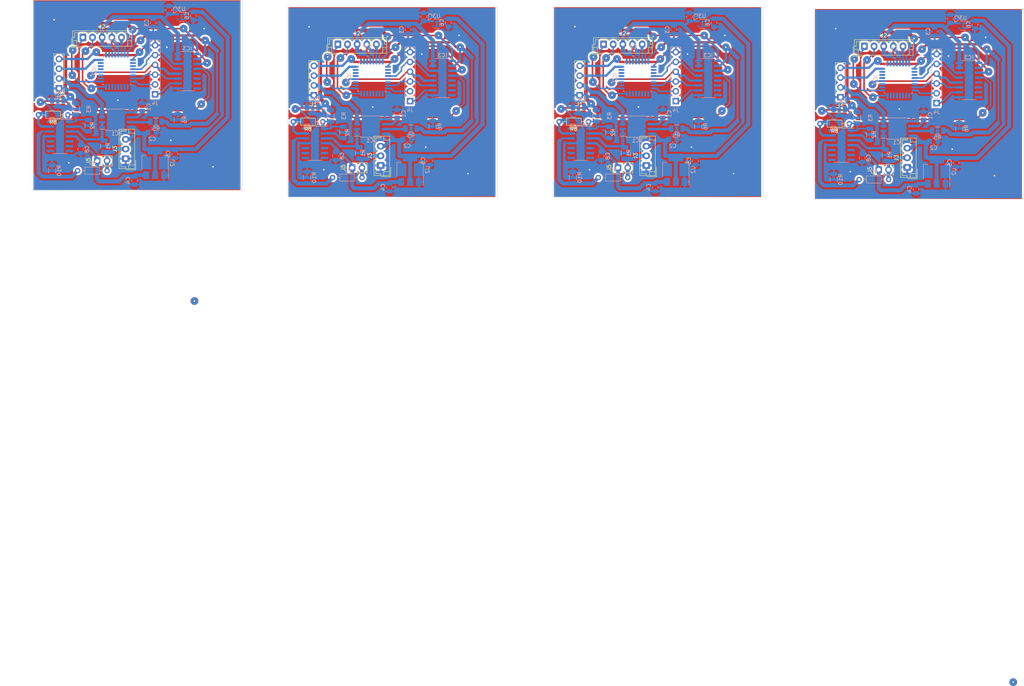
<source format=kicad_pcb>
(kicad_pcb (version 20221018) (generator pcbnew)
  (layers (0 "F.Cu" signal) (31 "B.Cu" signal) (34 "B.Paste" user) (35 "F.Paste" user) (36 "B.SilkS" user "B.Silkscreen") (37 "F.SilkS" user "F.Silkscreen") (38 "B.Mask" user) (39 "F.Mask" user) (44 "Edge.Cuts" user))
  (net 0 "")
  (net 1 "Net-(IC1-FILT)")
  (net 2 "GND")
  (net 3 "+5V")
  (net 4 "+3.3V")
  (net 5 "SWDIO")
  (net 6 "SWCLK")
  (net 7 "NRST")
  (net 8 "Vdrive")
  (net 9 "SERVO_PWR_CS")
  (net 10 "Net-(U1A--)")
  (net 11 "Net-(R2-Pad2)")
  (net 12 "R_CURRENT_SENSOR")
  (net 13 "Net-(IC1-VOUT)")
  (net 14 "HALL_CURRENT_SENSOR")
  (net 15 "SERVO_PWR")
  (net 16 "/SERVO_PWM_1")
  (net 19 "SERVO_POTENTIOMETER")
  (net 22 "SPI_SCK")
  (net 25 "SPI_MOSI")
  (net 26 "SPI_CS_0")
  (net 30 "/SERVO_PWM_4")
  (net 32 "/SERVO_PWM_3")
  (net 33 "/SERVO_PWM_2")
  (net 36 "SPI_MISO")
  (net 40 "SERVO_PWM")
  (net 41 "R_2_CURRENT_SENSOR")
  (net 46 "SPI_CS_1")
  (net 47 "VCC")
  (net 49 "Net-(U1D-+)")
  (net 50 "Net-(U1D--)")
  (footprint "Resistor_THT:R_Axial_DIN0204_L3.6mm_D1.6mm_P7.62mm_Horizontal" (layer "F.Cu") (at 165.5845 45.974 180)
    (fp_text reference "R8")
    (fp_text value "R")
  )
  (footprint "Connector_JST:JST_EH_B5B-EH-A_1x05_P2.50mm_Vertical" (layer "F.Cu") (at 100.6475 25.908)
    (fp_text reference "J2")
    (fp_text value "Conn_01x05_Female")
  )
  (footprint "Connector_JST:JST_EH_B5B-EH-A_1x05_P2.50mm_Vertical" (layer "F.Cu") (at 237.0455 26.416)
    (fp_text reference "J2")
    (fp_text value "Conn_01x05_Female")
  )
  (footprint "Connector_PinHeader_2.54mm:PinHeader_1x04_P2.54mm_Vertical" (layer "F.Cu") (at 230.8625 39.624 180)
    (fp_text reference "J1")
    (fp_text value "Conn_01x04_Male")
  )
  (footprint "Connector_JST:JST_EH_B3B-EH-A_1x03_P2.50mm_Vertical" (layer "F.Cu") (at 180.5705 57.324 90)
    (fp_text reference "J3")
    (fp_text value "Conn_01x03_Female")
  )
  (footprint "Connector_JST:JST_EH_B5B-EH-A_1x05_P2.50mm_Vertical" (layer "F.Cu") (at 169.4815 25.908)
    (fp_text reference "J2")
    (fp_text value "Conn_01x05_Female")
  )
  (footprint "Connector_JST:JST_EH_B3B-EH-A_1x03_P2.50mm_Vertical" (layer "F.Cu") (at 111.7365 57.324 90)
    (fp_text reference "J3")
    (fp_text value "Conn_01x03_Female")
  )
  (footprint "Resistor_THT:R_Axial_DIN0204_L3.6mm_D1.6mm_P7.62mm_Horizontal" (layer "F.Cu") (at 233.1485 46.482 180)
    (fp_text reference "R8")
    (fp_text value "R")
  )
  (footprint "Connector_JST:JST_EH_B5B-EH-A_1x05_P2.50mm_Vertical" (layer "F.Cu") (at 34.6075 24.13)
    (fp_text reference "J2")
    (fp_text value "Conn_01x05_Female")
  )
  (footprint "Connector_PinHeader_2.54mm:PinHeader_1x02_P2.54mm_Vertical" (layer "F.Cu") (at 173.1995 57.912 90)
    (fp_text reference "J5")
    (fp_text value "Conn_01x02_Pin")
  )
  (footprint "Connector_JST:JST_EH_B3B-EH-A_1x03_P2.50mm_Vertical" (layer "F.Cu") (at 248.1345 57.832 90)
    (fp_text reference "J3")
    (fp_text value "Conn_01x03_Female")
  )
  (footprint "Connector_JST:JST_EH_B3B-EH-A_1x03_P2.50mm_Vertical" (layer "F.Cu") (at 45.6965 55.546 90)
    (fp_text reference "J3")
    (fp_text value "Conn_01x03_Female")
  )
  (footprint "Connector_PinHeader_2.54mm:PinHeader_1x02_P2.54mm_Vertical" (layer "F.Cu") (at 38.3255 56.134 90)
    (fp_text reference "J5")
    (fp_text value "Conn_01x02_Pin")
  )
  (footprint "Connector_PinHeader_2.54mm:PinHeader_1x04_P2.54mm_Vertical" (layer "F.Cu") (at 94.4645 39.116 180)
    (fp_text reference "J1")
    (fp_text value "Conn_01x04_Male")
  )
  (footprint "Connector_PinHeader_2.54mm:PinHeader_1x04_P2.54mm_Vertical" (layer "F.Cu") (at 163.2985 39.116 180)
    (fp_text reference "J1")
    (fp_text value "Conn_01x04_Male")
  )
  (footprint "Connector_PinHeader_2.54mm:PinHeader_1x02_P2.54mm_Vertical" (layer "F.Cu") (at 104.3655 57.912 90)
    (fp_text reference "J5")
    (fp_text value "Conn_01x02_Pin")
  )
  (footprint "Resistor_THT:R_Axial_DIN0204_L3.6mm_D1.6mm_P7.62mm_Horizontal" (layer "F.Cu") (at 96.7505 45.974 180)
    (fp_text reference "R8")
    (fp_text value "R")
  )
  (footprint "Connector_PinHeader_2.54mm:PinHeader_1x02_P2.54mm_Vertical" (layer "F.Cu") (at 240.7635 58.42 90)
    (fp_text reference "J5")
    (fp_text value "Conn_01x02_Pin")
  )
  (footprint "Resistor_THT:R_Axial_DIN0204_L3.6mm_D1.6mm_P7.62mm_Horizontal" (layer "F.Cu") (at 30.7105 44.196 180)
    (fp_text reference "R8")
    (fp_text value "R")
  )
  (footprint "Connector_PinHeader_2.54mm:PinHeader_1x04_P2.54mm_Vertical" (layer "F.Cu") (at 28.4245 37.338 180)
    (fp_text reference "J1")
    (fp_text value "Conn_01x04_Male")
  )
  (footprint "Resistor_SMD:R_1206_3216Metric" (layer "B.Cu") (at 161.5205 45.72)
    (fp_text reference "R9")
    (fp_text value "R")
  )
  (footprint "Resistor_SMD:R_1206_3216Metric" (layer "B.Cu") (at 229.0845 46.228)
    (fp_text reference "R9")
    (fp_text value "R")
  )
  (footprint "Resistor_SMD:R_1206_3216Metric" (layer "B.Cu") (at 229.0845 60.96 90)
    (fp_text reference "R10")
    (fp_text value "R")
  )
  (footprint "Package_SO:SOIC-16_3.9x9.9mm_P1.27mm" (layer "B.Cu") (at 264.1415 35.179 180)
    (fp_text reference "IC3")
    (fp_text value "MCP3008-I_SL")
  )
  (footprint "Package_SO:SOIC-16_3.9x9.9mm_P1.27mm" (layer "B.Cu") (at 196.5775 34.671 180)
    (fp_text reference "IC3")
    (fp_text value "MCP3008-I_SL")
  )
  (footprint "Package_SO:SOIC-16_3.9x9.9mm_P1.27mm" (layer "B.Cu") (at 127.7435 34.671 180)
    (fp_text reference "IC3")
    (fp_text value "MCP3008-I_SL")
  )
  (footprint "Connector_PinHeader_2.54mm:PinHeader_1x06_P2.54mm_Vertical" (layer "B.Cu") (at 119.3565 40.64)
    (fp_text reference "J4")
    (fp_text value "Conn_01x06_Female")
  )
  (footprint "Capacitor_SMD:C_0805_2012Metric_Pad1.18x1.45mm_HandSolder" (layer "B.Cu") (at 42.3945 26.416 180)
    (fp_text reference "C9")
    (fp_text value "10uF")
  )
  (footprint "Resistor_SMD:R_1206_3216Metric" (layer "B.Cu") (at 162.983 42.164 180)
    (fp_text reference "R4")
    (fp_text value "R")
  )
  (footprint "Capacitor_SMD:C_0805_2012Metric_Pad1.18x1.45mm_HandSolder" (layer "B.Cu") (at 244.8325 28.702 180)
    (fp_text reference "C9")
    (fp_text value "10uF")
  )
  (footprint "Resistor_SMD:R_1206_3216Metric" (layer "B.Cu") (at 194.0325 47.244 90)
    (fp_text reference "R6")
    (fp_text value "R")
  )
  (footprint "Resistor_SMD:R_1206_3216Metric" (layer "B.Cu") (at 256.0085 48.26)
    (fp_text reference "R5")
    (fp_text value "R")
  )
  (footprint "Resistor_SMD:R_1206_3216Metric" (layer "B.Cu") (at 238.4825 49.276 90)
    (fp_text reference "R2")
    (fp_text value "R")
  )
  (footprint "Capacitor_SMD:C_0805_2012Metric_Pad1.18x1.45mm_HandSolder" (layer "B.Cu") (at 236.4505 55.372 90)
    (fp_text reference "C8")
    (fp_text value "1uF")
  )
  (footprint "Package_SO:SOIC-14_3.9x8.7mm_P1.27mm" (layer "B.Cu") (at 163.5525 51.562 180)
    (fp_text reference "U1")
    (fp_text value "LM2902")
  )
  (footprint "Package_TO_SOT_SMD:SOT-223-3_TabPin2" (layer "B.Cu") (at 255.7545 58.928 90)
    (fp_text reference "U2")
    (fp_text value "AZ1117CH-5.0TRG1")
  )
  (footprint "Package_QFP:LQFP-32_7x7mm_P0.8mm" (layer "B.Cu") (at 43.4105 32.766 -90)
    (fp_text reference "IC2")
    (fp_text value "STM32G030K8T6")
  )
  (footprint "Capacitor_SMD:C_0805_2012Metric_Pad1.18x1.45mm_HandSolder" (layer "B.Cu") (at 191.7465 18.796 90)
    (fp_text reference "C7")
    (fp_text value "1uF")
  )
  (footprint "Capacitor_SMD:C_0805_2012Metric_Pad1.18x1.45mm_HandSolder" (layer "B.Cu") (at 118.8485 22.098 -90)
    (fp_text reference "C3")
    (fp_text value "0,1uF")
  )
  (footprint "Capacitor_SMD:C_0805_2012Metric_Pad1.18x1.45mm_HandSolder" (layer "B.Cu") (at 116.0055 43.942 90)
    (fp_text reference "C1")
    (fp_text value "1nF")
  )
  (footprint "Capacitor_SMD:C_0805_2012Metric_Pad1.18x1.45mm_HandSolder" (layer "B.Cu") (at 259.3105 19.304 90)
    (fp_text reference "C7")
    (fp_text value "1uF")
  )
  (footprint "Package_SO:SOIC-8_5.275x5.275mm_P1.27mm" (layer "B.Cu") (at 109.1965 47.244)
    (fp_text reference "IC1")
    (fp_text value "MCS1802GS-05-Z")
  )
  (footprint "Resistor_SMD:R_1206_3216Metric" (layer "B.Cu") (at 230.547 42.672 180)
    (fp_text reference "R4")
    (fp_text value "R")
  )
  (footprint "Resistor_SMD:R_1206_3216Metric" (layer "B.Cu") (at 106.1485 54.102 90)
    (fp_text reference "R1")
    (fp_text value "R" hide)
  )
  (footprint "Resistor_SMD:R_1206_3216Metric" (layer "B.Cu") (at 242.5465 54.61 90)
    (fp_text reference "R1")
    (fp_text value "R" hide)
  )
  (footprint "Capacitor_SMD:C_0805_2012Metric_Pad1.18x1.45mm_HandSolder" (layer "B.Cu") (at 260.8345 56.642 -90)
    (fp_text reference "C5")
    (fp_text value "22uF")
  )
  (footprint "Capacitor_SMD:C_0805_2012Metric_Pad1.18x1.45mm_HandSolder" (layer "B.Cu") (at 254.9925 51.054)
    (fp_text reference "C2")
    (fp_text value "1uF")
  )
  (footprint "Resistor_SMD:R_1206_3216Metric" (layer "B.Cu") (at 174.9825 54.102 90)
    (fp_text reference "R1")
    (fp_text value "R" hide)
  )
  (footprint "Resistor_SMD:R_1206_3216Metric" (layer "B.Cu") (at 102.0845 48.768 90)
    (fp_text reference "R2")
    (fp_text value "R")
  )
  (footprint "Resistor_SMD:R_1206_3216Metric" (layer "B.Cu") (at 53.5705 45.974)
    (fp_text reference "R5")
    (fp_text value "R")
  )
  (footprint "Capacitor_SMD:C_0805_2012Metric_Pad1.18x1.45mm_HandSolder" (layer "B.Cu") (at 124.4365 56.134 -90)
    (fp_text reference "C5")
    (fp_text value "22uF")
  )
  (footprint "Resistor_SMD:R_1206_3216Metric" (layer "B.Cu") (at 98.7825 44.45 90)
    (fp_text reference "R3")
    (fp_text value "R")
  )
  (footprint "Package_TO_SOT_SMD:SOT-353_SC-70-5" (layer "B.Cu") (at 126.2145 20.574 180)
    (fp_text reference "U3")
    (fp_text value "LD29150DT33R")
  )
  (footprint "Resistor_SMD:R_1206_3216Metric" (layer "B.Cu") (at 125.1985 47.244 90)
    (fp_text reference "R6")
    (fp_text value "R")
  )
  (footprint "Capacitor_SMD:C_0805_2012Metric_Pad1.18x1.45mm_HandSolder" (layer "B.Cu") (at 250.4205 63.5 -90)
    (fp_text reference "C4")
    (fp_text value "22uF")
  )
  (footprint "Resistor_SMD:R_1206_3216Metric" (layer "B.Cu") (at 94.149 42.164 180)
    (fp_text reference "R4")
    (fp_text value "R")
  )
  (footprint "Capacitor_SMD:C_0805_2012Metric_Pad1.18x1.45mm_HandSolder" (layer "B.Cu") (at 108.4345 28.194 180)
    (fp_text reference "C9")
    (fp_text value "10uF")
  )
  (footprint "Package_QFP:LQFP-32_7x7mm_P0.8mm" (layer "B.Cu") (at 178.2845 34.544 -90)
    (fp_text reference "IC2")
    (fp_text value "STM32G030K8T6")
  )
  (footprint "Connector_PinHeader_2.54mm:PinHeader_1x06_P2.54mm_Vertical" (layer "B.Cu") (at 53.3165 38.862)
    (fp_text reference "J4")
    (fp_text value "Conn_01x06_Female")
  )
  (footprint "Package_QFP:LQFP-32_7x7mm_P0.8mm" (layer "B.Cu") (at 109.4505 34.544 -90)
    (fp_text reference "IC2")
    (fp_text value "STM32G030K8T6")
  )
  (footprint "Resistor_SMD:R_1206_3216Metric" (layer "B.Cu") (at 36.0445 46.99 90)
    (fp_text reference "R2")
    (fp_text value "R")
  )
  (footprint "Capacitor_SMD:C_0805_2012Metric_Pad1.18x1.45mm_HandSolder" (layer "B.Cu") (at 63.2225 18.542 -90)
    (fp_text reference "C6")
    (fp_text value "1uF")
  )
  (footprint "Capacitor_SMD:C_0805_2012Metric_Pad1.18x1.45mm_HandSolder" (layer "B.Cu") (at 118.5945 50.546)
    (fp_text reference "C2")
    (fp_text value "1uF")
  )
  (footprint "Capacitor_SMD:C_0805_2012Metric_Pad1.18x1.45mm_HandSolder" (layer "B.Cu") (at 52.5545 48.768)
    (fp_text reference "C2")
    (fp_text value "1uF")
  )
  (footprint "Package_QFP:LQFP-32_7x7mm_P0.8mm" (layer "B.Cu") (at 245.8485 35.052 -90)
    (fp_text reference "IC2")
    (fp_text value "STM32G030K8T6")
  )
  (footprint "Resistor_SMD:R_1206_3216Metric" (layer "B.Cu") (at 170.9185 48.768 90)
    (fp_text reference "R2")
    (fp_text value "R")
  )
  (footprint "Package_TO_SOT_SMD:SOT-353_SC-70-5" (layer "B.Cu") (at 262.6125 21.082 180)
    (fp_text reference "U3")
    (fp_text value "LD29150DT33R")
  )
  (footprint "Resistor_SMD:R_1206_3216Metric" (layer "B.Cu") (at 235.1805 44.958 90)
    (fp_text reference "R3")
    (fp_text value "R")
  )
  (footprint "Capacitor_SMD:C_0805_2012Metric_Pad1.18x1.45mm_HandSolder" (layer "B.Cu") (at 56.8725 17.018 90)
    (fp_text reference "C7")
    (fp_text value "1uF")
  )
  (footprint "Capacitor_SMD:C_0805_2012Metric_Pad1.18x1.45mm_HandSolder" (layer "B.Cu") (at 47.9825 61.214 -90)
    (fp_text reference "C4")
    (fp_text value "22uF")
  )
  (footprint "Package_SO:SOIC-16_3.9x9.9mm_P1.27mm" (layer "B.Cu") (at 61.7035 32.893 180)
    (fp_text reference "IC3")
    (fp_text value "MCP3008-I_SL")
  )
  (footprint "Package_SO:SOIC-8_5.275x5.275mm_P1.27mm" (layer "B.Cu") (at 245.5945 47.752)
    (fp_text reference "IC1")
    (fp_text value "MCS1802GS-05-Z")
  )
  (footprint "Package_SO:SOIC-14_3.9x8.7mm_P1.27mm" (layer "B.Cu") (at 94.7185 51.562 180)
    (fp_text reference "U1")
    (fp_text value "LM2902")
  )
  (footprint "Capacitor_SMD:C_0805_2012Metric_Pad1.18x1.45mm_HandSolder" (layer "B.Cu") (at 114.0225 62.992 -90)
    (fp_text reference "C4")
    (fp_text value "22uF")
  )
  (footprint "Capacitor_SMD:C_0805_2012Metric_Pad1.18x1.45mm_HandSolder" (layer "B.Cu") (at 198.0965 20.32 -90)
    (fp_text reference "C6")
    (fp_text value "1uF")
  )
  (footprint "Capacitor_SMD:C_0805_2012Metric_Pad1.18x1.45mm_HandSolder" (layer "B.Cu") (at 252.4035 44.45 90)
    (fp_text reference "C1")
    (fp_text value "1nF")
  )
  (footprint "Resistor_SMD:R_1206_3216Metric" (layer "B.Cu") (at 32.7425 42.672 90)
    (fp_text reference "R3")
    (fp_text value "R")
  )
  (footprint "Resistor_SMD:R_1206_3216Metric" (layer "B.Cu") (at 40.1085 52.324 90)
    (fp_text reference "R1")
    (fp_text value "R" hide)
  )
  (footprint "Resistor_SMD:R_1206_3216Metric" (layer "B.Cu") (at 28.109 40.386 180)
    (fp_text reference "R4")
    (fp_text value "R")
  )
  (footprint "Package_TO_SOT_SMD:SOT-353_SC-70-5" (layer "B.Cu") (at 60.1745 18.796 180)
    (fp_text reference "U3")
    (fp_text value "LD29150DT33R")
  )
  (footprint "Resistor_THT:R_Axial_DIN0204_L3.6mm_D1.6mm_P7.62mm_Horizontal" (layer "B.Cu") (at 243.3085 60.96 180)
    (fp_text reference "R7")
    (fp_text value "R")
  )
  (footprint "Package_TO_SOT_SMD:SOT-223-3_TabPin2" (layer "B.Cu") (at 188.1905 58.42 90)
    (fp_text reference "U2")
    (fp_text value "AZ1117CH-5.0TRG1")
  )
  (footprint "Resistor_SMD:R_1206_3216Metric" (layer "B.Cu") (at 26.6465 43.942)
    (fp_text reference "R9")
    (fp_text value "R")
  )
  (footprint "Resistor_THT:R_Axial_DIN0204_L3.6mm_D1.6mm_P7.62mm_Horizontal" (layer "B.Cu") (at 40.8705 58.674 180)
    (fp_text reference "R7")
    (fp_text value "R")
  )
  (footprint "Capacitor_SMD:C_0805_2012Metric_Pad1.18x1.45mm_HandSolder" (layer "B.Cu") (at 184.8395 43.942 90)
    (fp_text reference "C1")
    (fp_text value "1nF")
  )
  (footprint "Capacitor_SMD:C_0805_2012Metric_Pad1.18x1.45mm_HandSolder" (layer "B.Cu") (at 182.8565 62.992 -90)
    (fp_text reference "C4")
    (fp_text value "22uF")
  )
  (footprint "Capacitor_SMD:C_0805_2012Metric_Pad1.18x1.45mm_HandSolder" (layer "B.Cu") (at 122.9125 18.796 90)
    (fp_text reference "C7")
    (fp_text value "1uF")
  )
  (footprint "Capacitor_SMD:C_0805_2012Metric_Pad1.18x1.45mm_HandSolder" (layer "B.Cu") (at 49.9655 42.164 90)
    (fp_text reference "C1")
    (fp_text value "1nF")
  )
  (footprint "Package_SO:SOIC-8_5.275x5.275mm_P1.27mm" (layer "B.Cu") (at 178.0305 47.244)
    (fp_text reference "IC1")
    (fp_text value "MCS1802GS-05-Z")
  )
  (footprint "Resistor_SMD:R_1206_3216Metric" (layer "B.Cu") (at 92.6865 60.452 90)
    (fp_text reference "R10")
    (fp_text value "R")
  )
  (footprint "Resistor_SMD:R_1206_3216Metric" (layer "B.Cu") (at 26.6465 58.674 90)
    (fp_text reference "R10")
    (fp_text value "R")
  )
  (footprint "Resistor_SMD:R_1206_3216Metric" (layer "B.Cu") (at 119.6105 47.752)
    (fp_text reference "R5")
    (fp_text value "R")
  )
  (footprint "Capacitor_SMD:C_0805_2012Metric_Pad1.18x1.45mm_HandSolder" (layer "B.Cu") (at 168.8865 54.864 90)
    (fp_text reference "C8")
    (fp_text value "1uF")
  )
  (footprint "Resistor_THT:R_Axial_DIN0204_L3.6mm_D1.6mm_P7.62mm_Horizontal" (layer "B.Cu") (at 106.9105 60.452 180)
    (fp_text reference "R7")
    (fp_text value "R")
  )
  (footprint "Package_SO:SOIC-8_5.275x5.275mm_P1.27mm" (layer "B.Cu") (at 43.1565 45.466)
    (fp_text reference "IC1")
    (fp_text value "MCS1802GS-05-Z")
  )
  (footprint "Package_TO_SOT_SMD:SOT-353_SC-70-5" (layer "B.Cu") (at 195.0485 20.574 180)
    (fp_text reference "U3")
    (fp_text value "LD29150DT33R")
  )
  (footprint "Capacitor_SMD:C_0805_2012Metric_Pad1.18x1.45mm_HandSolder" (layer "B.Cu") (at 187.4285 50.546)
    (fp_text reference "C2")
    (fp_text value "1uF")
  )
  (footprint "Capacitor_SMD:C_0805_2012Metric_Pad1.18x1.45mm_HandSolder" (layer "B.Cu") (at 265.6605 20.828 -90)
    (fp_text reference "C6")
    (fp_text value "1uF")
  )
  (footprint "Capacitor_SMD:C_0805_2012Metric_Pad1.18x1.45mm_HandSolder" (layer "B.Cu") (at 187.6825 22.098 -90)
    (fp_text reference "C3")
    (fp_text value "0,1uF")
  )
  (footprint "Package_SO:SOIC-14_3.9x8.7mm_P1.27mm" (layer "B.Cu") (at 231.1165 52.07 180)
    (fp_text reference "U1")
    (fp_text value "LM2902")
  )
  (footprint "Capacitor_SMD:C_0805_2012Metric_Pad1.18x1.45mm_HandSolder" (layer "B.Cu") (at 177.2685 28.194 180)
    (fp_text reference "C9")
    (fp_text value "10uF")
  )
  (footprint "Package_TO_SOT_SMD:SOT-223-3_TabPin2" (layer "B.Cu") (at 119.3565 58.42 90)
    (fp_text reference "U2")
    (fp_text value "AZ1117CH-5.0TRG1")
  )
  (footprint "Resistor_THT:R_Axial_DIN0204_L3.6mm_D1.6mm_P7.62mm_Horizontal" (layer "B.Cu") (at 175.7445 60.452 180)
    (fp_text reference "R7")
    (fp_text value "R")
  )
  (footprint "Resistor_SMD:R_1206_3216Metric" (layer "B.Cu") (at 59.1585 45.466 90)
    (fp_text reference "R6")
    (fp_text value "R")
  )
  (footprint "Capacitor_SMD:C_0805_2012Metric_Pad1.18x1.45mm_HandSolder" (layer "B.Cu") (at 34.0125 53.086 90)
    (fp_text reference "C8")
    (fp_text value "1uF")
  )
  (footprint "Capacitor_SMD:C_0805_2012Metric_Pad1.18x1.45mm_HandSolder" (layer "B.Cu") (at 100.0525 54.864 90)
    (fp_text reference "C8")
    (fp_text value "1uF")
  )
  (footprint "Package_SO:SOIC-14_3.9x8.7mm_P1.27mm" (layer "B.Cu") (at 28.6785 49.784 180)
    (fp_text reference "U1")
    (fp_text value "LM2902")
  )
  (footprint "Capacitor_SMD:C_0805_2012Metric_Pad1.18x1.45mm_HandSolder" (layer "B.Cu") (at 255.2465 22.606 -90)
    (fp_text reference "C3")
    (fp_text value "0,1uF")
  )
  (footprint "Resistor_SMD:R_1206_3216Metric" (layer "B.Cu") (at 92.6865 45.72)
    (fp_text reference "R9")
    (fp_text value "R")
  )
  (footprint "Resistor_SMD:R_1206_3216Metric" (layer "B.Cu") (at 261.5965 47.752 90)
    (fp_text reference "R6")
    (fp_text value "R")
  )
  (footprint "Resistor_SMD:R_1206_3216Metric" (layer "B.Cu") (at 167.6165 44.45 90)
    (fp_text reference "R3")
    (fp_text value "R")
  )
  (footprint "Resistor_SMD:R_1206_3216Metric" (layer "B.Cu") (at 161.5205 60.452 90)
    (fp_text reference "R10")
    (fp_text value "R")
  )
  (footprint "Connector_PinHeader_2.54mm:PinHeader_1x06_P2.54mm_Vertical" (layer "B.Cu") (at 255.7545 41.148)
    (fp_text reference "J4")
    (fp_text value "Conn_01x06_Female")
  )
  (footprint "Package_TO_SOT_SMD:SOT-223-3_TabPin2" (layer "B.Cu") (at 53.3165 56.642 90)
    (fp_text reference "U2")
    (fp_text value "AZ1117CH-5.0TRG1")
  )
  (footprint "Capacitor_SMD:C_0805_2012Metric_Pad1.18x1.45mm_HandSolder" (layer "B.Cu") (at 58.3965 54.356 -90)
    (fp_text reference "C5")
    (fp_text value "22uF")
  )
  (footprint "Resistor_SMD:R_1206_3216Metric" (layer "B.Cu") (at 188.4445 47.752)
    (fp_text reference "R5")
    (fp_text value "R")
  )
  (footprint "Capacitor_SMD:C_0805_2012Metric_Pad1.18x1.45mm_HandSolder" (layer "B.Cu") (at 129.2625 20.32 -90)
    (fp_text reference "C6")
    (fp_text value "1uF")
  )
  (footprint "Capacitor_SMD:C_0805_2012Metric_Pad1.18x1.45mm_HandSolder" (layer "B.Cu") (at 52.8085 20.32 -90)
    (fp_text reference "C3")
    (fp_text value "0,1uF")
  )
  (footprint "Connector_PinHeader_2.54mm:PinHeader_1x06_P2.54mm_Vertical" (layer "B.Cu") (at 188.1905 40.64)
    (fp_text reference "J4")
    (fp_text value "Conn_01x06_Female")
  )
  (footprint "Capacitor_SMD:C_0805_2012Metric_Pad1.18x1.45mm_HandSolder" (layer "B.Cu") (at 193.2705 56.134 -90)
    (fp_text reference "C5")
    (fp_text value "22uF")
  )
  (gr_rect (start 224.0045 16.764) (end 278.3605 66.04) (stroke (width 0.1)) (fill none) (layer "Edge.Cuts"))
  (gr_rect (start 156.4405 16.256) (end 210.7965 65.532) (stroke (width 0.1)) (fill none) (layer "Edge.Cuts"))
  (gr_rect (start 21.5665 14.478) (end 75.9225 63.754) (stroke (width 0.1)) (fill none) (layer "Edge.Cuts"))
  (gr_rect (start 87.6065 16.256) (end 141.9625 65.532) (stroke (width 0.1)) (fill none) (layer "Edge.Cuts"))
  (via (at 63.5 92.456) (size 2) (drill 0.4) (layers "F.Cu" "B.Cu") (net 0))
  (via (at 275.59 191.262) (size 2) (drill 0.4) (layers "F.Cu" "B.Cu") (net 0))
  (segment (start 251.2115 47.117) (end 252.4035 45.925) (width 0.6) (layer "B.Cu") (net 1))
  (segment (start 181.6305 46.609) (end 183.6475 46.609) (width 0.6) (layer "B.Cu") (net 1))
  (segment (start 46.7565 44.831) (end 48.7735 44.831) (width 0.6) (layer "B.Cu") (net 1))
  (segment (start 249.1945 47.117) (end 251.2115 47.117) (width 0.6) (layer "B.Cu") (net 1))
  (segment (start 183.6475 46.609) (end 184.8395 45.417) (width 0.6) (layer "B.Cu") (net 1))
  (segment (start 112.7965 46.609) (end 114.8135 46.609) (width 0.6) (layer "B.Cu") (net 1))
  (segment (start 48.7735 44.831) (end 49.9655 43.639) (width 0.6) (layer "B.Cu") (net 1))
  (segment (start 114.8135 46.609) (end 116.0055 45.417) (width 0.6) (layer "B.Cu") (net 1))
  (via (at 229.5925 21.844) (size 2) (drill 0.4) (layers "F.Cu" "B.Cu") (net 2))
  (via (at 30.9645 56.642) (size 2) (drill 0.4) (layers "F.Cu" "B.Cu") (net 2))
  (via (at 192.2545 52.578) (size 2) (drill 0.4) (layers "F.Cu" "B.Cu") (net 2))
  (via (at 258.8025 28.956) (size 2) (drill 0.4) (layers "F.Cu" "B.Cu") (net 2))
  (via (at 246.1025 42.672) (size 2) (drill 0.4) (layers "F.Cu" "B.Cu") (net 2))
  (via (at 27.1545 19.558) (size 2) (drill 0.4) (layers "F.Cu" "B.Cu") (net 2))
  (via (at 93.1945 21.336) (size 2) (drill 0.4) (layers "F.Cu" "B.Cu") (net 2))
  (via (at 97.0045 58.42) (size 2) (drill 0.4) (layers "F.Cu" "B.Cu") (net 2))
  (via (at 68.3025 57.658) (size 2) (drill 0.4) (layers "F.Cu" "B.Cu") (net 2))
  (via (at 191.2385 28.448) (size 2) (drill 0.4) (layers "F.Cu" "B.Cu") (net 2))
  (via (at 178.5385 42.164) (size 2) (drill 0.4) (layers "F.Cu" "B.Cu") (net 2))
  (via (at 122.4045 28.448) (size 2) (drill 0.4) (layers "F.Cu" "B.Cu") (net 2))
  (via (at 162.0285 21.336) (size 2) (drill 0.4) (layers "F.Cu" "B.Cu") (net 2))
  (via (at 268.4545 24.13) (size 2) (drill 0.4) (layers "F.Cu" "B.Cu") (net 2))
  (via (at 56.3645 26.67) (size 2) (drill 0.4) (layers "F.Cu" "B.Cu") (net 2))
  (via (at 200.8905 23.622) (size 2) (drill 0.4) (layers "F.Cu" "B.Cu") (net 2))
  (via (at 270.7405 59.944) (size 2) (drill 0.4) (layers "F.Cu" "B.Cu") (net 2))
  (via (at 233.4025 58.928) (size 2) (drill 0.4) (layers "F.Cu" "B.Cu") (net 2))
  (via (at 203.1765 59.436) (size 2) (drill 0.4) (layers "F.Cu" "B.Cu") (net 2))
  (via (at 43.6645 40.386) (size 2) (drill 0.4) (layers "F.Cu" "B.Cu") (net 2))
  (via (at 66.0165 21.844) (size 2) (drill 0.4) (layers "F.Cu" "B.Cu") (net 2))
  (via (at 57.3805 50.8) (size 2) (drill 0.4) (layers "F.Cu" "B.Cu") (net 2))
  (via (at 165.8385 58.42) (size 2) (drill 0.4) (layers "F.Cu" "B.Cu") (net 2))
  (via (at 123.4205 52.578) (size 2) (drill 0.4) (layers "F.Cu" "B.Cu") (net 2))
  (via (at 259.8185 53.086) (size 2) (drill 0.4) (layers "F.Cu" "B.Cu") (net 2))
  (via (at 109.7045 42.164) (size 2) (drill 0.4) (layers "F.Cu" "B.Cu") (net 2))
  (via (at 134.3425 59.436) (size 2) (drill 0.4) (layers "F.Cu" "B.Cu") (net 2))
  (via (at 132.0565 23.622) (size 2) (drill 0.4) (layers "F.Cu" "B.Cu") (net 2))
  (segment (start 124.1825 32.766) (end 123.6745 32.258) (width 0.4) (layer "B.Cu") (net 2))
  (segment (start 246.2485 28.848) (end 246.1025 28.702) (width 0.4) (layer "B.Cu") (net 2))
  (segment (start 261.6665 33.274) (end 260.5805 33.274) (width 0.4) (layer "B.Cu") (net 2))
  (segment (start 58.1425 30.988) (end 57.6345 30.48) (width 0.4) (layer "B.Cu") (net 2))
  (segment (start 108.1475 26.383) (end 108.1475 25.908) (width 0.8) (layer "B.Cu") (net 2))
  (segment (start 42.1075 24.605) (end 42.1075 24.13) (width 0.8) (layer "B.Cu") (net 2))
  (segment (start 109.8505 30.369) (end 109.8505 28.34) (width 0.4) (layer "B.Cu") (net 2))
  (segment (start 61.1245 18.796) (end 62.439 18.796) (width 0.4) (layer "B.Cu") (net 2))
  (segment (start 194.1025 32.766) (end 193.0165 32.766) (width 0.4) (layer "B.Cu") (net 2))
  (segment (start 244.5455 26.891) (end 244.5455 26.416) (width 0.8) (layer "B.Cu") (net 2))
  (segment (start 178.6845 30.369) (end 178.6845 28.34) (width 0.4) (layer "B.Cu") (net 2))
  (segment (start 43.432 26.416) (end 43.432 25.9295) (width 0.8) (layer "B.Cu") (net 2))
  (segment (start 128.479 20.574) (end 129.2625 21.3575) (width 0.4) (layer "B.Cu") (net 2))
  (segment (start 197.313 20.574) (end 198.0965 21.3575) (width 0.4) (layer "B.Cu") (net 2))
  (segment (start 193.0165 32.766) (end 192.5085 32.258) (width 0.4) (layer "B.Cu") (net 2))
  (segment (start 59.2285 30.988) (end 58.1425 30.988) (width 0.4) (layer "B.Cu") (net 2))
  (segment (start 245.87 28.2155) (end 244.5455 26.891) (width 0.8) (layer "B.Cu") (net 2))
  (segment (start 245.87 28.702) (end 245.87 28.2155) (width 0.8) (layer "B.Cu") (net 2))
  (segment (start 125.2685 32.766) (end 124.1825 32.766) (width 0.4) (layer "B.Cu") (net 2))
  (segment (start 195.9985 20.574) (end 197.313 20.574) (width 0.4) (layer "B.Cu") (net 2))
  (segment (start 43.8105 28.591) (end 43.8105 26.562) (width 0.4) (layer "B.Cu") (net 2))
  (segment (start 178.306 28.194) (end 178.306 27.7075) (width 0.8) (layer "B.Cu") (net 2))
  (segment (start 62.439 18.796) (end 63.2225 19.5795) (width 0.4) (layer "B.Cu") (net 2))
  (segment (start 109.472 27.7075) (end 108.1475 26.383) (width 0.8) (layer "B.Cu") (net 2))
  (segment (start 264.877 21.082) (end 265.6605 21.8655) (width 0.4) (layer "B.Cu") (net 2))
  (segment (start 178.306 27.7075) (end 176.9815 26.383) (width 0.8) (layer "B.Cu") (net 2))
  (segment (start 43.8105 26.562) (end 43.6645 26.416) (width 0.4) (layer "B.Cu") (net 2))
  (segment (start 127.1645 20.574) (end 128.479 20.574) (width 0.4) (layer "B.Cu") (net 2))
  (segment (start 109.8505 28.34) (end 109.7045 28.194) (width 0.4) (layer "B.Cu") (net 2))
  (segment (start 246.2485 30.877) (end 246.2485 28.848) (width 0.4) (layer "B.Cu") (net 2))
  (segment (start 178.6845 28.34) (end 178.5385 28.194) (width 0.4) (layer "B.Cu") (net 2))
  (segment (start 263.5625 21.082) (end 264.877 21.082) (width 0.4) (layer "B.Cu") (net 2))
  (segment (start 260.5805 33.274) (end 260.0725 32.766) (width 0.4) (layer "B.Cu") (net 2))
  (segment (start 109.472 28.194) (end 109.472 27.7075) (width 0.8) (layer "B.Cu") (net 2))
  (segment (start 176.9815 26.383) (end 176.9815 25.908) (width 0.8) (layer "B.Cu") (net 2))
  (segment (start 43.432 25.9295) (end 42.1075 24.605) (width 0.8) (layer "B.Cu") (net 2))
  (segment (start 195.9985 19.924) (end 195.1905 19.924) (width 0.4) (layer "B.Cu") (net 3))
  (segment (start 249.1505 52.832) (end 250.6745 51.308) (width 1) (layer "B.Cu") (net 3))
  (segment (start 195.0485 21.082) (end 195.1905 21.224) (width 0.4) (layer "B.Cu") (net 3))
  (segment (start 180.5705 52.324) (end 181.5865 52.324) (width 1) (layer "B.Cu") (net 3))
  (segment (start 129.8975 54.864) (end 138.1525 46.609) (width 1) (layer "B.Cu") (net 3))
  (segment (start 206.9865 25.908) (end 200.361 19.2825) (width 1) (layer "B.Cu") (net 3))
  (segment (start 115.5465 50.8) (end 115.8005 50.8) (width 0.8) (layer "B.Cu") (net 3))
  (segment (start 63.2225 17.5045) (end 62.228 17.5045) (width 0.4) (layer "B.Cu") (net 3))
  (segment (start 47.8555 47.371) (end 49.5065 49.022) (width 0.8) (layer "B.Cu") (net 3))
  (segment (start 111.7365 52.324) (end 112.7525 52.324) (width 1) (layer "B.Cu") (net 3))
  (segment (start 46.7565 47.371) (end 47.8555 47.371) (width 0.8) (layer "B.Cu") (net 3))
  (segment (start 200.361 19.2825) (end 198.0965 19.2825) (width 1) (layer "B.Cu") (net 3))
  (segment (start 115.8005 50.8) (end 116.8655 50.8) (width 1) (layer "B.Cu") (net 3))
  (segment (start 267.925 19.7905) (end 265.6605 19.7905) (width 1) (layer "B.Cu") (net 3))
  (segment (start 182.7295 49.149) (end 184.3805 50.8) (width 0.8) (layer "B.Cu") (net 3))
  (segment (start 61.5865 18.146) (end 61.1245 18.146) (width 0.4) (layer "B.Cu") (net 3))
  (segment (start 72.1125 24.13) (end 65.487 17.5045) (width 1) (layer "B.Cu") (net 3))
  (segment (start 129.2625 19.2825) (end 128.268 19.2825) (width 0.4) (layer "B.Cu") (net 3))
  (segment (start 50.5225 53.086) (end 63.8575 53.086) (width 1) (layer "B.Cu") (net 3))
  (segment (start 116.5625 51.5405) (end 116.5625 54.864) (width 1) (layer "B.Cu") (net 3))
  (segment (start 60.3165 19.446) (end 61.1245 19.446) (width 0.4) (layer "B.Cu") (net 3))
  (segment (start 50.5225 49.7625) (end 50.5225 53.086) (width 1) (layer "B.Cu") (net 3))
  (segment (start 126.2145 20.066) (end 126.2145 21.082) (width 0.4) (layer "B.Cu") (net 3))
  (segment (start 181.6305 49.149) (end 182.7295 49.149) (width 0.8) (layer "B.Cu") (net 3))
  (segment (start 262.6125 20.574) (end 262.6125 21.59) (width 0.4) (layer "B.Cu") (net 3))
  (segment (start 252.9605 55.372) (end 266.2955 55.372) (width 1) (layer "B.Cu") (net 3))
  (segment (start 60.1745 18.288) (end 60.1745 19.304) (width 0.4) (layer "B.Cu") (net 3))
  (segment (start 264.666 19.7905) (end 264.0245 20.432) (width 0.4) (layer "B.Cu") (net 3))
  (segment (start 206.9865 46.609) (end 206.9865 25.908) (width 1) (layer "B.Cu") (net 3))
  (segment (start 251.9445 51.308) (end 252.1985 51.308) (width 0.8) (layer "B.Cu") (net 3))
  (segment (start 61.1245 18.146) (end 60.3165 18.146) (width 0.4) (layer "B.Cu") (net 3))
  (segment (start 116.8655 50.8) (end 117.1195 50.546) (width 1) (layer "B.Cu") (net 3))
  (segment (start 128.268 19.2825) (end 127.6265 19.924) (width 0.4) (layer "B.Cu") (net 3))
  (segment (start 127.1645 19.924) (end 126.3565 19.924) (width 0.4) (layer "B.Cu") (net 3))
  (segment (start 60.1745 19.304) (end 60.3165 19.446) (width 0.4) (layer "B.Cu") (net 3))
  (segment (start 195.0485 20.066) (end 195.0485 21.082) (width 0.4) (layer "B.Cu") (net 3))
  (segment (start 72.1125 44.831) (end 72.1125 24.13) (width 1) (layer "B.Cu") (net 3))
  (segment (start 185.3965 51.5405) (end 185.3965 54.864) (width 1) (layer "B.Cu") (net 3))
  (segment (start 248.1345 52.832) (end 249.1505 52.832) (width 1) (layer "B.Cu") (net 3))
  (segment (start 46.7125 50.546) (end 48.2365 49.022) (width 1) (layer "B.Cu") (net 3))
  (segment (start 49.5065 49.022) (end 49.7605 49.022) (width 0.8) (layer "B.Cu") (net 3))
  (segment (start 262.7545 20.432) (end 262.6125 20.574) (width 0.4) (layer "B.Cu") (net 3))
  (segment (start 112.7965 49.149) (end 113.8955 49.149) (width 0.8) (layer "B.Cu") (net 3))
  (segment (start 253.955 51.054) (end 252.9605 52.0485) (width 1) (layer "B.Cu") (net 3))
  (segment (start 119.3565 61.824) (end 119.3565 55.524) (width 1) (layer "B.Cu") (net 3))
  (segment (start 188.1905 61.824) (end 188.1905 55.524) (width 1) (layer "B.Cu") (net 3))
  (segment (start 195.1905 21.224) (end 195.9985 21.224) (width 0.4) (layer "B.Cu") (net 3))
  (segment (start 198.7315 54.864) (end 206.9865 46.609) (width 1) (layer "B.Cu") (net 3))
  (segment (start 249.1945 49.657) (end 250.2935 49.657) (width 0.8) (layer "B.Cu") (net 3))
  (segment (start 250.6745 51.308) (end 252.1985 51.308) (width 1) (layer "B.Cu") (net 3))
  (segment (start 126.3565 21.224) (end 127.1645 21.224) (width 0.4) (layer "B.Cu") (net 3))
  (segment (start 196.4605 19.924) (end 195.9985 19.924) (width 0.4) (layer "B.Cu") (net 3))
  (segment (start 60.3165 18.146) (end 60.1745 18.288) (width 0.4) (layer "B.Cu") (net 3))
  (segment (start 62.228 17.5045) (end 61.5865 18.146) (width 0.4) (layer "B.Cu") (net 3))
  (segment (start 53.3165 60.046) (end 53.3165 53.746) (width 1) (layer "B.Cu") (net 3))
  (segment (start 186.391 50.546) (end 185.3965 51.5405) (width 1) (layer "B.Cu") (net 3))
  (segment (start 49.7605 49.022) (end 50.8255 49.022) (width 1) (layer "B.Cu") (net 3))
  (segment (start 117.557 50.546) (end 116.5625 51.5405) (width 1) (layer "B.Cu") (net 3))
  (segment (start 265.6605 19.7905) (end 264.666 19.7905) (width 0.4) (layer "B.Cu") (net 3))
  (segment (start 197.102 19.2825) (end 196.4605 19.924) (width 0.4) (layer "B.Cu") (net 3))
  (segment (start 127.6265 19.924) (end 127.1645 19.924) (width 0.4) (layer "B.Cu") (net 3))
  (segment (start 262.6125 21.59) (end 262.7545 21.732) (width 0.4) (layer "B.Cu") (net 3))
  (segment (start 185.3965 54.864) (end 198.7315 54.864) (width 1) (layer "B.Cu") (net 3))
  (segment (start 262.7545 21.732) (end 263.5625 21.732) (width 0.4) (layer "B.Cu") (net 3))
  (segment (start 184.3805 50.8) (end 184.6345 50.8) (width 0.8) (layer "B.Cu") (net 3))
  (segment (start 63.8575 53.086) (end 72.1125 44.831) (width 1) (layer "B.Cu") (net 3))
  (segment (start 126.3565 19.924) (end 126.2145 20.066) (width 0.4) (layer "B.Cu") (net 3))
  (segment (start 195.1905 19.924) (end 195.0485 20.066) (width 0.4) (layer "B.Cu") (net 3))
  (segment (start 112.7525 52.324) (end 114.2765 50.8) (width 1) (layer "B.Cu") (net 3))
  (segment (start 50.8255 49.022) (end 51.0795 48.768) (width 1) (layer "B.Cu") (net 3))
  (segment (start 252.1985 51.308) (end 253.2635 51.308) (width 1) (layer "B.Cu") (net 3))
  (segment (start 253.2635 51.308) (end 253.5175 51.054) (width 1) (layer "B.Cu") (net 3))
  (segment (start 263.5625 20.432) (end 262.7545 20.432) (width 0.4) (layer "B.Cu") (net 3))
  (segment (start 131.527 19.2825) (end 129.2625 19.2825) (width 1) (layer "B.Cu") (net 3))
  (segment (start 116.5625 54.864) (end 129.8975 54.864) (width 1) (layer "B.Cu") (net 3))
  (segment (start 185.6995 50.8) (end 185.9535 50.546) (width 1) (layer "B.Cu") (net 3))
  (segment (start 138.1525 25.908) (end 131.527 19.2825) (width 1) (layer "B.Cu") (net 3))
  (segment (start 264.0245 20.432) (end 263.5625 20.432) (width 0.4) (layer "B.Cu") (net 3))
  (segment (start 126.2145 21.082) (end 126.3565 21.224) (width 0.4) (layer "B.Cu") (net 3))
  (segment (start 65.487 17.5045) (end 63.2225 17.5045) (width 1) (layer "B.Cu") (net 3))
  (segment (start 274.5505 47.117) (end 274.5505 26.416) (width 1) (layer "B.Cu") (net 3))
  (segment (start 274.5505 26.416) (end 267.925 19.7905) (width 1) (layer "B.Cu") (net 3))
  (segment (start 48.2365 49.022) (end 49.7605 49.022) (width 1) (layer "B.Cu") (net 3))
  (segment (start 51.517 48.768) (end 50.5225 49.7625) (width 1) (layer "B.Cu") (net 3))
  (segment (start 114.2765 50.8) (end 115.8005 50.8) (width 1) (layer "B.Cu") (net 3))
  (segment (start 183.1105 50.8) (end 184.6345 50.8) (width 1) (layer "B.Cu") (net 3))
  (segment (start 252.9605 52.0485) (end 252.9605 55.372) (width 1) (layer "B.Cu") (net 3))
  (segment (start 184.6345 50.8) (end 185.6995 50.8) (width 1) (layer "B.Cu") (net 3))
  (segment (start 181.5865 52.324) (end 183.1105 50.8) (width 1) (layer "B.Cu") (net 3))
  (segment (start 250.2935 49.657) (end 251.9445 51.308) (width 0.8) (layer "B.Cu") (net 3))
  (segment (start 113.8955 49.149) (end 115.5465 50.8) (width 0.8) (layer "B.Cu") (net 3))
  (segment (start 138.1525 46.609) (end 138.1525 25.908) (width 1) (layer "B.Cu") (net 3))
  (segment (start 45.6965 50.546) (end 46.7125 50.546) (width 1) (layer "B.Cu") (net 3))
  (segment (start 266.2955 55.372) (end 274.5505 47.117) (width 1) (layer "B.Cu") (net 3))
  (segment (start 198.0965 19.2825) (end 197.102 19.2825) (width 0.4) (layer "B.Cu") (net 3))
  (segment (start 255.7545 62.332) (end 255.7545 56.032) (width 1) (layer "B.Cu") (net 3))
  (segment (start 56.7605 18.146) (end 55.499 19.4075) (width 0.6) (layer "B.Cu") (net 4))
  (segment (start 109.0505 29.676538) (end 107.821962 28.448) (width 0.4) (layer "B.Cu") (net 4))
  (segment (start 105.6475 27.646) (end 106.4495 28.448) (width 1) (layer "B.Cu") (net 4))
  (segment (start 245.4485 30.184538) (end 244.219962 28.956) (width 0.4) (layer "B.Cu") (net 4))
  (segment (start 242.0455 26.416) (end 242.0455 23.916) (width 1) (layer "B.Cu") (net 4))
  (segment (start 190.373 21.1855) (end 194.1025 24.915) (width 1) (layer "B.Cu") (net 4))
  (segment (start 55.499 19.4075) (end 59.2285 23.137) (width 1) (layer "B.Cu") (net 4))
  (segment (start 105.6475 25.908) (end 105.6475 27.646) (width 1) (layer "B.Cu") (net 4))
  (segment (start 261.6625 20.432) (end 259.1985 20.432) (width 0.6) (layer "B.Cu") (net 4))
  (segment (start 54.8875 18.796) (end 55.499 19.4075) (width 1) (layer "B.Cu") (net 4))
  (segment (start 39.6075 25.868) (end 40.4095 26.67) (width 1) (layer "B.Cu") (net 4))
  (segment (start 108.4815 20.574) (end 120.9275 20.574) (width 1) (layer "B.Cu") (net 4))
  (segment (start 41.781962 26.67) (end 40.4095 26.67) (width 0.4) (layer "B.Cu") (net 4))
  (segment (start 121.539 21.1855) (end 125.2685 24.915) (width 1) (layer "B.Cu") (net 4))
  (segment (start 189.7615 20.574) (end 190.373 21.1855) (width 1) (layer "B.Cu") (net 4))
  (segment (start 43.0105 28.591) (end 43.0105 27.898538) (width 0.4) (layer "B.Cu") (net 4))
  (segment (start 125.2645 19.924) (end 122.8005 19.924) (width 0.6) (layer "B.Cu") (net 4))
  (segment (start 42.4415 18.796) (end 54.8875 18.796) (width 1) (layer "B.Cu") (net 4))
  (segment (start 109.0505 30.369) (end 109.0505 29.676538) (width 0.4) (layer "B.Cu") (net 4))
  (segment (start 122.8005 19.924) (end 121.539 21.1855) (width 0.6) (layer "B.Cu") (net 4))
  (segment (start 194.1025 24.915) (end 194.1025 31.496) (width 1) (layer "B.Cu") (net 4))
  (segment (start 244.219962 28.956) (end 242.8475 28.956) (width 0.4) (layer "B.Cu") (net 4))
  (segment (start 39.6075 24.13) (end 39.6075 21.63) (width 1) (layer "B.Cu") (net 4))
  (segment (start 257.3255 21.082) (end 257.937 21.6935) (width 1) (layer "B.Cu") (net 4))
  (segment (start 107.821962 28.448) (end 106.4495 28.448) (width 0.4) (layer "B.Cu") (net 4))
  (segment (start 59.2245 18.146) (end 56.7605 18.146) (width 0.6) (layer "B.Cu") (net 4))
  (segment (start 177.8845 29.676538) (end 176.655962 28.448) (width 0.4) (layer "B.Cu") (net 4))
  (segment (start 174.4815 27.646) (end 175.2835 28.448) (width 1) (layer "B.Cu") (net 4))
  (segment (start 105.6475 25.908) (end 105.6475 23.408) (width 1) (layer "B.Cu") (net 4))
  (segment (start 59.2285 23.137) (end 59.2285 29.718) (width 1) (layer "B.Cu") (net 4))
  (segment (start 105.6475 23.408) (end 108.4815 20.574) (width 1) (layer "B.Cu") (net 4))
  (segment (start 125.2685 24.915) (end 125.2685 31.496) (width 1) (layer "B.Cu") (net 4))
  (segment (start 39.6075 21.63) (end 42.4415 18.796) (width 1) (layer "B.Cu") (net 4))
  (segment (start 242.0455 28.154) (end 242.8475 28.956) (width 1) (layer "B.Cu") (net 4))
  (segment (start 174.4815 23.408) (end 177.3155 20.574) (width 1) (layer "B.Cu") (net 4))
  (segment (start 43.0105 27.898538) (end 41.781962 26.67) (width 0.4) (layer "B.Cu") (net 4))
  (segment (start 194.0985 19.924) (end 191.6345 19.924) (width 0.6) (layer "B.Cu") (net 4))
  (segment (start 39.6075 24.13) (end 39.6075 25.868) (width 1) (layer "B.Cu") (net 4))
  (segment (start 174.4815 25.908) (end 174.4815 27.646) (width 1) (layer "B.Cu") (net 4))
  (segment (start 242.0455 23.916) (end 244.8795 21.082) (width 1) (layer "B.Cu") (net 4))
  (segment (start 244.8795 21.082) (end 257.3255 21.082) (width 1) (layer "B.Cu") (net 4))
  (segment (start 261.6665 25.423) (end 261.6665 32.004) (width 1) (layer "B.Cu") (net 4))
  (segment (start 259.1985 20.432) (end 257.937 21.6935) (width 0.6) (layer "B.Cu") (net 4))
  (segment (start 257.937 21.6935) (end 261.6665 25.423) (width 1) (layer "B.Cu") (net 4))
  (segment (start 176.655962 28.448) (end 175.2835 28.448) (width 0.4) (layer "B.Cu") (net 4))
  (segment (start 177.3155 20.574) (end 189.7615 20.574) (width 1) (layer "B.Cu") (net 4))
  (segment (start 245.4485 30.877) (end 245.4485 30.184538) (width 0.4) (layer "B.Cu") (net 4))
  (segment (start 177.8845 30.369) (end 177.8845 29.676538) (width 0.4) (layer "B.Cu") (net 4))
  (segment (start 120.9275 20.574) (end 121.539 21.1855) (width 1) (layer "B.Cu") (net 4))
  (segment (start 242.0455 26.416) (end 242.0455 28.154) (width 1) (layer "B.Cu") (net 4))
  (segment (start 191.6345 19.924) (end 190.373 21.1855) (width 0.6) (layer "B.Cu") (net 4))
  (segment (start 174.4815 25.908) (end 174.4815 23.408) (width 1) (layer "B.Cu") (net 4))
  (segment (start 236.9585 37.846) (end 236.9585 30.734) (width 0.4) (layer "F.Cu") (net 5))
  (segment (start 34.5205 35.56) (end 34.5205 28.448) (width 0.4) (layer "F.Cu") (net 5))
  (segment (start 34.5205 28.448) (end 35.2825 27.686) (width 0.4) (layer "F.Cu") (net 5))
  (segment (start 102.8465 39.116) (end 102.3385 39.116) (width 0.4) (layer "F.Cu") (net 5))
  (segment (start 171.1725 39.116) (end 169.3945 37.338) (width 0.4) (layer "F.Cu") (net 5))
  (segment (start 102.3385 39.116) (end 100.5605 37.338) (width 0.4) (layer "F.Cu") (net 5))
  (segment (start 36.8065 37.338) (end 36.2985 37.338) (width 0.4) (layer "F.Cu") (net 5))
  (segment (start 100.5605 37.338) (end 100.5605 30.226) (width 0.4) (layer "F.Cu") (net 5))
  (segment (start 36.2985 37.338) (end 34.5205 35.56) (width 0.4) (layer "F.Cu") (net 5))
  (segment (start 238.7365 39.624) (end 236.9585 37.846) (width 0.4) (layer "F.Cu") (net 5))
  (segment (start 169.3945 37.338) (end 169.3945 30.226) (width 0.4) (layer "F.Cu") (net 5))
  (segment (start 100.5605 30.226) (end 101.3225 29.464) (width 0.4) (layer "F.Cu") (net 5))
  (segment (start 236.9585 30.734) (end 237.7205 29.972) (width 0.4) (layer "F.Cu") (net 5))
  (segment (start 171.6805 39.116) (end 171.1725 39.116) (width 0.4) (layer "F.Cu") (net 5))
  (segment (start 169.3945 30.226) (end 170.1565 29.464) (width 0.4) (layer "F.Cu") (net 5))
  (segment (start 239.2445 39.624) (end 238.7365 39.624) (width 0.4) (layer "F.Cu") (net 5))
  (via (at 171.6805 39.116) (size 2) (drill 0.4) (layers "F.Cu" "B.Cu") (net 5))
  (via (at 239.2445 39.624) (size 2) (drill 0.4) (layers "F.Cu" "B.Cu") (net 5))
  (via (at 102.8465 39.116) (size 2) (drill 0.4) (layers "F.Cu" "B.Cu") (net 5))
  (via (at 237.7205 29.972) (size 2) (drill 0.4) (layers "F.Cu" "B.Cu") (net 5))
  (via (at 36.8065 37.338) (size 2) (drill 0.4) (layers "F.Cu" "B.Cu") (net 5))
  (via (at 101.3225 29.464) (size 2) (drill 0.4) (layers "F.Cu" "B.Cu") (net 5))
  (via (at 170.1565 29.464) (size 2) (drill 0.4) (layers "F.Cu" "B.Cu") (net 5))
  (via (at 35.2825 27.686) (size 2) (drill 0.4) (layers "F.Cu" "B.Cu") (net 5))
  (segment (start 237.7205 29.972) (end 239.5455 28.147) (width 0.4) (layer "B.Cu") (net 5))
  (segment (start 171.6805 39.116) (end 172.0775 38.719) (width 0.4) (layer "B.Cu") (net 5))
  (segment (start 37.1075 25.861) (end 37.1075 24.13) (width 0.4) (layer "B.Cu") (net 5))
  (segment (start 36.8065 37.338) (end 37.2035 36.941) (width 0.4) (layer "B.Cu") (net 5))
  (segment (start 172.0775 38.719) (end 175.4845 38.719) (width 0.4) (layer "B.Cu") (net 5))
  (segment (start 103.2435 38.719) (end 106.6505 38.719) (width 0.4) (layer "B.Cu") (net 5))
  (segment (start 170.1565 29.464) (end 171.9815 27.639) (width 0.4) (layer "B.Cu") (net 5))
  (segment (start 102.8465 39.116) (end 103.2435 38.719) (width 0.4) (layer "B.Cu") (net 5))
  (segment (start 239.2445 39.624) (end 239.6415 39.227) (width 0.4) (layer "B.Cu") (net 5))
  (segment (start 37.2035 36.941) (end 40.6105 36.941) (width 0.4) (layer "B.Cu") (net 5))
  (segment (start 239.6415 39.227) (end 243.0485 39.227) (width 0.4) (layer "B.Cu") (net 5))
  (segment (start 101.3225 29.464) (end 103.1475 27.639) (width 0.4) (layer "B.Cu") (net 5))
  (segment (start 239.5455 28.147) (end 239.5455 26.416) (width 0.4) (layer "B.Cu") (net 5))
  (segment (start 35.2825 27.686) (end 37.1075 25.861) (width 0.4) (layer "B.Cu") (net 5))
  (segment (start 103.1475 27.639) (end 103.1475 25.908) (width 0.4) (layer "B.Cu") (net 5))
  (segment (start 171.9815 27.639) (end 171.9815 25.908) (width 0.4) (layer "B.Cu") (net 5))
  (segment (start 234.1645 36.068) (end 234.1645 29.972) (width 0.4) (layer "F.Cu") (net 6))
  (segment (start 31.8535 33.909) (end 31.7265 33.782) (width 0.4) (layer "F.Cu") (net 6))
  (segment (start 234.1645 29.972) (end 234.4185 29.718) (width 0.4) (layer "F.Cu") (net 6))
  (segment (start 31.7265 27.686) (end 31.9805 27.432) (width 0.4) (layer "F.Cu") (net 6))
  (segment (start 97.7665 29.464) (end 98.0205 29.21) (width 0.4) (layer "F.Cu") (net 6))
  (segment (start 166.6005 29.464) (end 166.8545 29.21) (width 0.4) (layer "F.Cu") (net 6))
  (segment (start 166.6005 35.56) (end 166.6005 29.464) (width 0.4) (layer "F.Cu") (net 6))
  (segment (start 97.7665 35.56) (end 97.7665 29.464) (width 0.4) (layer "F.Cu") (net 6))
  (segment (start 234.2915 36.195) (end 234.1645 36.068) (width 0.4) (layer "F.Cu") (net 6))
  (segment (start 166.7275 35.687) (end 166.6005 35.56) (width 0.4) (layer "F.Cu") (net 6))
  (segment (start 31.7265 33.782) (end 31.7265 27.686) (width 0.4) (layer "F.Cu") (net 6))
  (segment (start 97.8935 35.687) (end 97.7665 35.56) (width 0.4) (layer "F.Cu") (net 6))
  (via (at 234.4185 29.718) (size 2) (drill 0.4) (layers "F.Cu" "B.Cu") (net 6))
  (via (at 31.9805 27.432) (size 2) (drill 0.4) (layers "F.Cu" "B.Cu") (net 6))
  (via (at 97.8935 35.687) (size 2) (drill 0.4) (layers "F.Cu" "B.Cu") (net 6))
  (via (at 166.8545 29.21) (size 2) (drill 0.4) (layers "F.Cu" "B.Cu") (net 6))
  (via (at 98.0205 29.21) (size 2) (drill 0.4) (layers "F.Cu" "B.Cu") (net 6))
  (via (at 166.7275 35.687) (size 2) (drill 0.4) (layers "F.Cu" "B.Cu") (net 6))
  (via (at 234.2915 36.195) (size 2) (drill 0.4) (layers "F.Cu" "B.Cu") (net 6))
  (via (at 31.8535 33.909) (size 2) (drill 0.4) (layers "F.Cu" "B.Cu") (net 6))
  (segment (start 98.0205 29.21) (end 100.6475 26.583) (width 0.4) (layer "B.Cu") (net 6))
  (segment (start 166.8545 29.21) (end 169.4815 26.583) (width 0.4) (layer "B.Cu") (net 6))
  (segment (start 241.6675 37.846) (end 241.6735 37.852) (width 0.4) (layer "B.Cu") (net 6))
  (segment (start 97.8935 35.687) (end 99.5445 37.338) (width 0.4) (layer "B.Cu") (net 6))
  (segment (start 31.9805 27.432) (end 34.6075 24.805) (width 0.4) (layer "B.Cu") (net 6))
  (segment (start 174.1035 37.338) (end 174.1095 37.344) (width 0.4) (layer "B.Cu") (net 6))
  (segment (start 234.2915 36.195) (end 235.9425 37.846) (width 0.4) (layer "B.Cu") (net 6))
  (segment (start 169.4815 26.583) (end 169.4815 25.908) (width 0.4) (layer "B.Cu") (net 6))
  (segment (start 33.5045 35.56) (end 39.2295 35.56) (width 0.4) (layer "B.Cu") (net 6))
  (segment (start 39.2295 35.56) (end 39.2355 35.566) (width 0.4) (layer "B.Cu") (net 6))
  (segment (start 100.6475 26.583) (end 100.6475 25.908) (width 0.4) (layer "B.Cu") (net 6))
  (segment (start 105.2695 37.338) (end 105.2755 37.344) (width 0.4) (layer "B.Cu") (net 6))
  (segment (start 31.8535 33.909) (end 33.5045 35.56) (width 0.4) (layer "B.Cu") (net 6))
  (segment (start 168.3785 37.338) (end 174.1035 37.338) (width 0.4) (layer "B.Cu") (net 6))
  (segment (start 237.0455 27.091) (end 237.0455 26.416) (width 0.4) (layer "B.Cu") (net 6))
  (segment (start 166.7275 35.687) (end 168.3785 37.338) (width 0.4) (layer "B.Cu") (net 6))
  (segment (start 34.6075 24.805) (end 34.6075 24.13) (width 0.4) (layer "B.Cu") (net 6))
  (segment (start 235.9425 37.846) (end 241.6675 37.846) (width 0.4) (layer "B.Cu") (net 6))
  (segment (start 234.4185 29.718) (end 237.0455 27.091) (width 0.4) (layer "B.Cu") (net 6))
  (segment (start 99.5445 37.338) (end 105.2695 37.338) (width 0.4) (layer "B.Cu") (net 6))
  (segment (start 44.6805 25.654) (end 44.6105 25.724) (width 0.4) (layer "B.Cu") (net 7))
  (segment (start 179.4845 27.502) (end 179.4845 30.369) (width 0.4) (layer "B.Cu") (net 7))
  (segment (start 110.7205 27.432) (end 110.6005 27.312) (width 0.8) (layer "B.Cu") (net 7))
  (segment (start 44.6105 25.724) (end 44.6105 28.591) (width 0.4) (layer "B.Cu") (net 7))
  (segment (start 110.6505 27.502) (end 110.6505 30.369) (width 0.4) (layer "B.Cu") (net 7))
  (segment (start 44.5605 25.534) (end 44.5605 24.13) (width 0.8) (layer "B.Cu") (net 7))
  (segment (start 179.5545 27.432) (end 179.4845 27.502) (width 0.4) (layer "B.Cu") (net 7))
  (segment (start 246.9985 27.82) (end 246.9985 26.416) (width 0.8) (layer "B.Cu") (net 7))
  (segment (start 179.5545 27.432) (end 179.4345 27.312) (width 0.8) (layer "B.Cu") (net 7))
  (segment (start 110.6005 27.312) (end 110.6005 25.908) (width 0.8) (layer "B.Cu") (net 7))
  (segment (start 247.1185 27.94) (end 247.0485 28.01) (width 0.4) (layer "B.Cu") (net 7))
  (segment (start 44.6805 25.654) (end 44.5605 25.534) (width 0.8) (layer "B.Cu") (net 7))
  (segment (start 247.1185 27.94) (end 246.9985 27.82) (width 0.8) (layer "B.Cu") (net 7))
  (segment (start 179.4345 27.312) (end 179.4345 25.908) (width 0.8) (layer "B.Cu") (net 7))
  (segment (start 110.7205 27.432) (end 110.6505 27.502) (width 0.4) (layer "B.Cu") (net 7))
  (segment (start 247.0485 28.01) (end 247.0485 30.877) (width 0.4) (layer "B.Cu") (net 7))
  (segment (start 245.6345 55.332) (end 244.8325 56.134) (width 1) (layer "B.Cu") (net 8))
  (segment (start 43.1965 53.046) (end 42.3945 53.848) (width 1) (layer "B.Cu") (net 8))
  (segment (start 178.0705 54.824) (end 177.2685 55.626) (width 1) (layer "B.Cu") (net 8))
  (segment (start 244.8325 56.134) (end 242.608 56.134) (width 1) (layer "B.Cu") (net 8))
  (segment (start 40.8705 58.674) (end 40.8705 56.139) (width 1) (layer "B.Cu") (net 8))
  (segment (start 180.5705 54.824) (end 178.0705 54.824) (width 1) (layer "B.Cu") (net 8))
  (segment (start 111.7365 54.824) (end 109.2365 54.824) (width 1) (layer "B.Cu") (net 8))
  (segment (start 175.7395 58.928) (end 175.7395 56.3215) (width 0.8) (layer "B.Cu") (net 8))
  (segment (start 40.8705 56.139) (end 40.8655 56.134) (width 1) (layer "B.Cu") (net 8))
  (segment (start 40.17 53.848) (end 40.1085 53.7865) (width 1) (layer "B.Cu") (net 8))
  (segment (start 106.9055 58.928) (end 106.9055 56.3215) (width 0.8) (layer "B.Cu") (net 8))
  (segment (start 175.7445 57.917) (end 175.7395 57.912) (width 1) (layer "B.Cu") (net 8))
  (segment (start 243.3035 59.436) (end 243.3035 56.8295) (width 0.8) (layer "B.Cu") (net 8))
  (segment (start 45.6965 53.046) (end 43.1965 53.046) (width 1) (layer "B.Cu") (net 8))
  (segment (start 40.8655 54.5435) (end 40.1085 53.7865) (width 0.8) (layer "B.Cu") (net 8))
  (segment (start 108.4345 55.626) (end 106.21 55.626) (width 1) (layer "B.Cu") (net 8))
  (segment (start 243.3085 58.425) (end 243.3035 58.42) (width 1) (layer "B.Cu") (net 8))
  (segment (start 106.9105 60.452) (end 106.9105 57.917) (width 1) (layer "B.Cu") (net 8))
  (segment (start 106.9055 56.3215) (end 106.1485 55.5645) (width 0.8) (layer "B.Cu") (net 8))
  (segment (start 242.608 56.134) (end 242.5465 56.0725) (width 1) (layer "B.Cu") (net 8))
  (segment (start 40.8655 57.15) (end 40.8655 54.5435) (width 0.8) (layer "B.Cu") (net 8))
  (segment (start 175.044 55.626) (end 174.9825 55.5645) (width 1) (layer "B.Cu") (net 8))
  (segment (start 243.3035 56.8295) (end 242.5465 56.0725) (width 0.8) (layer "B.Cu") (net 8))
  (segment (start 248.1345 55.332) (end 245.6345 55.332) (width 1) (layer "B.Cu") (net 8))
  (segment (start 243.3085 60.96) (end 243.3085 58.425) (width 1) (layer "B.Cu") (net 8))
  (segment (start 109.2365 54.824) (end 108.4345 55.626) (width 1) (layer "B.Cu") (net 8))
  (segment (start 106.21 55.626) (end 106.1485 55.5645) (width 1) (layer "B.Cu") (net 8))
  (segment (start 175.7445 60.452) (end 175.7445 57.917) (width 1) (layer "B.Cu") (net 8))
  (segment (start 42.3945 53.848) (end 40.17 53.848) (width 1) (layer "B.Cu") (net 8))
  (segment (start 177.2685 55.626) (end 175.044 55.626) (width 1) (layer "B.Cu") (net 8))
  (segment (start 106.9105 57.917) (end 106.9055 57.912) (width 1) (layer "B.Cu") (net 8))
  (segment (start 175.7395 56.3215) (end 174.9825 55.5645) (width 0.8) (layer "B.Cu") (net 8))
  (segment (start 101.3225 52.324) (end 105.3865 52.324) (width 0.6) (layer "B.Cu") (net 9))
  (segment (start 174.2205 52.324) (end 174.667 52.324) (width 0.6) (layer "B.Cu") (net 9))
  (segment (start 39.5565 47.371) (end 39.5565 50.336) (width 0.8) (layer "B.Cu") (net 9))
  (segment (start 105.5965 47.879) (end 105.5965 49.149) (width 0.8) (layer "B.Cu") (net 9))
  (segment (start 39.5565 46.101) (end 39.5565 47.371) (width 0.8) (layer "B.Cu") (net 9))
  (segment (start 39.5565 50.336) (end 39.3465 50.546) (width 0.8) (layer "B.Cu") (net 9))
  (segment (start 99.2905 50.292) (end 101.3225 52.324) (width 0.6) (layer "B.Cu") (net 9))
  (segment (start 237.7205 52.832) (end 241.7845 52.832) (width 0.6) (layer "B.Cu") (net 9))
  (segment (start 235.6885 50.8) (end 237.7205 52.832) (width 0.6) (layer "B.Cu") (net 9))
  (segment (start 166.0275 50.292) (end 168.1245 50.292) (width 0.6) (layer "B.Cu") (net 9))
  (segment (start 241.9945 49.657) (end 241.9945 52.622) (width 0.8) (layer "B.Cu") (net 9))
  (segment (start 241.9945 52.622) (end 241.7845 52.832) (width 0.8) (layer "B.Cu") (net 9))
  (segment (start 170.1565 52.324) (end 174.2205 52.324) (width 0.6) (layer "B.Cu") (net 9))
  (segment (start 174.4305 49.149) (end 174.4305 52.114) (width 0.8) (layer "B.Cu") (net 9))
  (segment (start 39.793 50.546) (end 40.1085 50.8615) (width 0.6) (layer "B.Cu") (net 9))
  (segment (start 242.231 52.832) (end 242.5465 53.1475) (width 0.6) (layer "B.Cu") (net 9))
  (segment (start 105.3865 52.324) (end 105.833 52.324) (width 0.6) (layer "B.Cu") (net 9))
  (segment (start 31.1535 48.514) (end 33.2505 48.514) (width 0.6) (layer "B.Cu") (net 9))
  (segment (start 105.833 52.324) (end 106.1485 52.6395) (width 0.6) (layer "B.Cu") (net 9))
  (segment (start 174.4305 52.114) (end 174.2205 52.324) (width 0.8) (layer "B.Cu") (net 9))
  (segment (start 241.9945 48.387) (end 241.9945 49.657) (width 0.8) (layer "B.Cu") (net 9))
  (segment (start 97.1935 50.292) (end 99.2905 50.292) (width 0.6) (layer "B.Cu") (net 9))
  (segment (start 39.3465 50.546) (end 39.793 50.546) (width 0.6) (layer "B.Cu") (net 9))
  (segment (start 33.2505 48.514) (end 35.2825 50.546) (width 0.6) (layer "B.Cu") (net 9))
  (segment (start 233.5915 50.8) (end 235.6885 50.8) (width 0.6) (layer "B.Cu") (net 9))
  (segment (start 174.667 52.324) (end 174.9825 52.6395) (width 0.6) (layer "B.Cu") (net 9))
  (segment (start 168.1245 50.292) (end 170.1565 52.324) (width 0.6) (layer "B.Cu") (net 9))
  (segment (start 174.4305 47.879) (end 174.4305 49.149) (width 0.8) (layer "B.Cu") (net 9))
  (segment (start 35.2825 50.546) (end 39.3465 50.546) (width 0.6) (layer "B.Cu") (net 9))
  (segment (start 105.5965 49.149) (end 105.5965 52.114) (width 0.8) (layer "B.Cu") (net 9))
  (segment (start 241.7845 52.832) (end 242.231 52.832) (width 0.6) (layer "B.Cu") (net 9))
  (segment (start 105.5965 52.114) (end 105.3865 52.324) (width 0.8) (layer "B.Cu") (net 9))
  (segment (start 34.0125 47.244) (end 35.221 48.4525) (width 0.6) (layer "B.Cu") (net 10))
  (segment (start 35.221 48.4525) (end 36.0445 48.4525) (width 0.6) (layer "B.Cu") (net 10))
  (segment (start 31.1535 47.244) (end 34.0125 47.244) (width 0.6) (layer "B.Cu") (net 10))
  (segment (start 170.095 50.2305) (end 170.9185 50.2305) (width 0.6) (layer "B.Cu") (net 10))
  (segment (start 237.659 50.7385) (end 238.4825 50.7385) (width 0.6) (layer "B.Cu") (net 10))
  (segment (start 166.0275 49.022) (end 168.8865 49.022) (width 0.6) (layer "B.Cu") (net 10))
  (segment (start 100.0525 49.022) (end 101.261 50.2305) (width 0.6) (layer "B.Cu") (net 10))
  (segment (start 236.4505 49.53) (end 237.659 50.7385) (width 0.6) (layer "B.Cu") (net 10))
  (segment (start 168.8865 49.022) (end 170.095 50.2305) (width 0.6) (layer "B.Cu") (net 10))
  (segment (start 101.261 50.2305) (end 102.0845 50.2305) (width 0.6) (layer "B.Cu") (net 10))
  (segment (start 97.1935 49.022) (end 100.0525 49.022) (width 0.6) (layer "B.Cu") (net 10))
  (segment (start 233.5915 49.53) (end 236.4505 49.53) (width 0.6) (layer "B.Cu") (net 10))
  (segment (start 233.5915 48.26) (end 235.1805 48.26) (width 0.4) (layer "B.Cu") (net 11))
  (segment (start 235.6885 47.752) (end 238.421 47.752) (width 0.4) (layer "B.Cu") (net 11))
  (segment (start 96.7505 45.974) (end 96.7505 47.309) (width 1) (layer "B.Cu") (net 11))
  (segment (start 166.0275 47.752) (end 167.6165 47.752) (width 0.4) (layer "B.Cu") (net 11))
  (segment (start 30.7105 44.196) (end 30.7105 45.531) (width 1) (layer "B.Cu") (net 11))
  (segment (start 98.7825 45.9125) (end 98.7825 47.752) (width 0.4) (layer "B.Cu") (net 11))
  (segment (start 165.5845 45.974) (end 165.5845 47.309) (width 1) (layer "B.Cu") (net 11))
  (segment (start 233.1485 47.817) (end 233.5915 48.26) (width 1) (layer "B.Cu") (net 11))
  (segment (start 235.1805 46.4205) (end 233.21 46.4205) (width 0.4) (layer "B.Cu") (net 11))
  (segment (start 35.983 45.466) (end 36.0445 45.5275) (width 0.4) (layer "B.Cu") (net 11))
  (segment (start 30.7105 45.531) (end 31.1535 45.974) (width 1) (layer "B.Cu") (net 11))
  (segment (start 165.646 45.9125) (end 165.5845 45.974) (width 0.4) (layer "B.Cu") (net 11))
  (segment (start 98.7825 45.9125) (end 96.812 45.9125) (width 0.4) (layer "B.Cu") (net 11))
  (segment (start 168.1245 47.244) (end 170.857 47.244) (width 0.4) (layer "B.Cu") (net 11))
  (segment (start 97.1935 47.752) (end 98.7825 47.752) (width 0.4) (layer "B.Cu") (net 11))
  (segment (start 98.7825 47.752) (end 99.2905 47.244) (width 0.4) (layer "B.Cu") (net 11))
  (segment (start 167.6165 45.9125) (end 167.6165 47.752) (width 0.4) (layer "B.Cu") (net 11))
  (segment (start 32.7425 44.1345) (end 32.7425 45.974) (width 0.4) (layer "B.Cu") (net 11))
  (segment (start 99.2905 47.244) (end 102.023 47.244) (width 0.4) (layer "B.Cu") (net 11))
  (segment (start 167.6165 45.9125) (end 165.646 45.9125) (width 0.4) (layer "B.Cu") (net 11))
  (segment (start 233.21 46.4205) (end 233.1485 46.482) (width 0.4) (layer "B.Cu") (net 11))
  (segment (start 233.1485 46.482) (end 233.1485 47.817) (width 1) (layer "B.Cu") (net 11))
  (segment (start 165.5845 47.309) (end 166.0275 47.752) (width 1) (layer "B.Cu") (net 11))
  (segment (start 238.421 47.752) (end 238.4825 47.8135) (width 0.4) (layer "B.Cu") (net 11))
  (segment (start 96.7505 47.309) (end 97.1935 47.752) (width 1) (layer "B.Cu") (net 11))
  (segment (start 32.7425 44.1345) (end 30.772 44.1345) (width 0.4) (layer "B.Cu") (net 11))
  (segment (start 102.023 47.244) (end 102.0845 47.3055) (width 0.4) (layer "B.Cu") (net 11))
  (segment (start 31.1535 45.974) (end 32.7425 45.974) (width 0.4) (layer "B.Cu") (net 11))
  (segment (start 167.6165 47.752) (end 168.1245 47.244) (width 0.4) (layer "B.Cu") (net 11))
  (segment (start 30.772 44.1345) (end 30.7105 44.196) (width 0.4) (layer "B.Cu") (net 11))
  (segment (start 235.1805 48.26) (end 235.6885 47.752) (width 0.4) (layer "B.Cu") (net 11))
  (segment (start 170.857 47.244) (end 170.9185 47.3055) (width 0.4) (layer "B.Cu") (net 11))
  (segment (start 32.7425 45.974) (end 33.2505 45.466) (width 0.4) (layer "B.Cu") (net 11))
  (segment (start 235.1805 46.4205) (end 235.1805 48.26) (width 0.4) (layer "B.Cu") (net 11))
  (segment (start 96.812 45.9125) (end 96.7505 45.974) (width 0.4) (layer "B.Cu") (net 11))
  (segment (start 33.2505 45.466) (end 35.983 45.466) (width 0.4) (layer "B.Cu") (net 11))
  (segment (start 47.4745 22.098) (end 47.7285 21.844) (width 0.4) (layer "F.Cu") (net 12))
  (segment (start 96.0665 39.956) (end 96.0665 25.068) (width 1) (layer "F.Cu") (net 12))
  (segment (start 30.0265 23.29) (end 32.7425 20.574) (width 1) (layer "F.Cu") (net 12))
  (segment (start 249.9125 24.384) (end 250.1665 24.13) (width 0.4) (layer "F.Cu") (net 12))
  (segment (start 98.7825 22.352) (end 111.9905 22.352) (width 1) (layer "F.Cu") (net 12))
  (segment (start 248.3885 22.86) (end 249.9125 24.384) (width 1) (layer "F.Cu") (net 12))
  (segment (start 182.6025 23.622) (end 195.5565 23.622) (width 0.4) (layer "F.Cu") (net 12))
  (segment (start 47.7285 21.844) (end 60.6825 21.844) (width 0.4) (layer "F.Cu") (net 12))
  (segment (start 97.3855 41.275) (end 96.0665 39.956) (width 1) (layer "F.Cu") (net 12))
  (segment (start 30.0265 38.178) (end 30.0265 23.29) (width 1) (layer "F.Cu") (net 12))
  (segment (start 250.1665 24.13) (end 263.1205 24.13) (width 0.4) (layer "F.Cu") (net 12))
  (segment (start 164.9005 39.956) (end 164.9005 25.068) (width 1) (layer "F.Cu") (net 12))
  (segment (start 182.3485 23.876) (end 182.6025 23.622) (width 0.4) (layer "F.Cu") (net 12))
  (segment (start 167.6165 22.352) (end 180.8245 22.352) (width 1) (layer "F.Cu") (net 12))
  (segment (start 113.5145 23.876) (end 113.7685 23.622) (width 0.4) (layer "F.Cu") (net 12))
  (segment (start 96.0665 25.068) (end 98.7825 22.352) (width 1) (layer "F.Cu") (net 12))
  (segment (start 113.7685 23.622) (end 126.7225 23.622) (width 0.4) (layer "F.Cu") (net 12))
  (segment (start 31.3455 39.497) (end 30.0265 38.178) (width 1) (layer "F.Cu") (net 12))
  (segment (start 233.7835 41.783) (end 232.4645 40.464) (width 1) (layer "F.Cu") (net 12))
  (segment (start 166.2195 41.275) (end 164.9005 39.956) (width 1) (layer "F.Cu") (net 12))
  (segment (start 32.7425 20.574) (end 45.9505 20.574) (width 1) (layer "F.Cu") (net 12))
  (segment (start 45.9505 20.574) (end 47.4745 22.098) (width 1) (layer "F.Cu") (net 12))
  (segment (start 111.9905 22.352) (end 113.5145 23.876) (width 1) (layer "F.Cu") (net 12))
  (segment (start 235.1805 22.86) (end 248.3885 22.86) (width 1) (layer "F.Cu") (net 12))
  (segment (start 232.4645 25.576) (end 235.1805 22.86) (width 1) (layer "F.Cu") (net 12))
  (segment (start 232.4645 40.464) (end 232.4645 25.576) (width 1) (layer "F.Cu") (net 12))
  (segment (start 164.9005 25.068) (end 167.6165 22.352) (width 1) (layer "F.Cu") (net 12))
  (segment (start 180.8245 22.352) (end 182.3485 23.876) (width 1) (layer "F.Cu") (net 12))
  (via (at 249.9125 24.384) (size 2) (drill 0.4) (layers "F.Cu" "B.Cu") (net 12))
  (via (at 182.3485 23.876) (size 2) (drill 0.4) (layers "F.Cu" "B.Cu") (net 12))
  (via (at 263.1205 24.13) (size 2) (drill 0.4) (layers "F.Cu" "B.Cu") (net 12))
  (via (at 233.7835 41.783) (size 2) (drill 0.4) (layers "F.Cu" "B.Cu") (net 12))
  (via (at 126.7225 23.622) (size 2) (drill 0.4) (layers "F.Cu" "B.Cu") (net 12))
  (via (at 195.5565 23.622) (size 2) (drill 0.4) (layers "F.Cu" "B.Cu") (net 12))
  (via (at 97.3855 41.275) (size 2) (drill 0.4) (layers "F.Cu" "B.Cu") (net 12))
  (via (at 31.3455 39.497) (size 2) (drill 0.4) (layers "F.Cu" "B.Cu") (net 12))
  (via (at 47.4745 22.098) (size 2) (drill 0.4) (layers "F.Cu" "B.Cu") (net 12))
  (via (at 60.6825 21.844) (size 2) (drill 0.4) (layers "F.Cu" "B.Cu") (net 12))
  (via (at 166.2195 41.275) (size 2) (drill 0.4) (layers "F.Cu" "B.Cu") (net 12))
  (via (at 113.5145 23.876) (size 2) (drill 0.4) (layers "F.Cu" "B.Cu") (net 12))
  (segment (start 98.5285 42.418) (end 98.5285 43.1185) (width 1) (layer "B.Cu") (net 12))
  (segment (start 166.2195 41.275) (end 167.3625 42.418) (width 1) (layer "B.Cu") (net 12))
  (segment (start 60.6825 21.844) (end 64.1785 25.34) (width 0.6) (layer "B.Cu") (net 12))
  (segment (start 232.8945 42.672) (end 232.0095 42.672) (width 0.6) (layer "B.Cu") (net 12))
  (segment (start 234.9265 42.926) (end 234.9265 43.6265) (width 1) (layer "B.Cu") (net 12))
  (segment (start 199.0525 27.118) (end 199.0525 30.226) (width 0.6) (layer "B.Cu") (net 12))
  (segment (start 263.1205 24.13) (end 266.6165 27.626) (width 0.6) (layer "B.Cu") (net 12))
  (segment (start 47.4745 24.685) (end 45.4105 26.749) (width 0.4) (layer "B.Cu") (net 12))
  (segment (start 247.8485 29.035) (end 247.8485 30.877) (width 0.4) (layer "B.Cu") (net 12))
  (segment (start 45.4105 26.749) (end 45.4105 28.591) (width 0.4) (layer "B.Cu") (net 12))
  (segment (start 31.3455 39.497) (end 32.4885 40.64) (width 1) (layer "B.Cu") (net 12))
  (segment (start 180.2845 28.527) (end 180.2845 30.369) (width 0.4) (layer "B.Cu") (net 12))
  (segment (start 195.5565 23.622) (end 199.0525 27.118) (width 0.6) (layer "B.Cu") (net 12))
  (segment (start 233.7835 41.783) (end 234.9265 42.926) (width 1) (layer "B.Cu") (net 12))
  (segment (start 64.1785 25.34) (end 64.1785 28.448) (width 0.6) (layer "B.Cu") (net 12))
  (segment (start 31.3455 39.497) (end 30.4565 40.386) (width 0.6) (layer "B.Cu") (net 12))
  (segment (start 47.4745 22.098) (end 47.4745 24.685) (width 0.4) (layer "B.Cu") (net 12))
  (segment (start 182.3485 23.876) (end 182.3485 26.463) (width 0.4) (layer "B.Cu") (net 12))
  (segment (start 249.9125 24.384) (end 249.9125 26.971) (width 0.4) (layer "B.Cu") (net 12))
  (segment (start 130.2185 27.118) (end 130.2185 30.226) (width 0.6) (layer "B.Cu") (net 12))
  (segment (start 166.2195 41.275) (end 165.3305 42.164) (width 0.6) (layer "B.Cu") (net 12))
  (segment (start 233.7835 41.783) (end 232.8945 42.672) (width 0.6) (layer "B.Cu") (net 12))
  (segment (start 97.3855 41.275) (end 96.4965 42.164) (width 0.6) (layer "B.Cu") (net 12))
  (segment (start 113.5145 23.876) (end 113.5145 26.463) (width 0.4) (layer "B.Cu") (net 12))
  (segment (start 32.4885 40.64) (end 32.4885 41.3405) (width 1) (layer "B.Cu") (net 12))
  (segment (start 182.3485 26.463) (end 180.2845 28.527) (width 0.4) (layer "B.Cu") (net 12))
  (segment (start 126.7225 23.622) (end 130.2185 27.118) (width 0.6) (layer "B.Cu") (net 12))
  (segment (start 111.4505 28.527) (end 111.4505 30.369) (width 0.4) (layer "B.Cu") (net 12))
  (segment (start 165.3305 42.164) (end 164.4455 42.164) (width 0.6) (layer "B.Cu") (net 12))
  (segment (start 249.9125 26.971) (end 247.8485 29.035) (width 0.4) (layer "B.Cu") (net 12))
  (segment (start 97.3855 41.275) (end 98.5285 42.418) (width 1) (layer "B.Cu") (net 12))
  (segment (start 113.5145 26.463) (end 111.4505 28.527) (width 0.4) (layer "B.Cu") (net 12))
  (segment (start 30.4565 40.386) (end 29.5715 40.386) (width 0.6) (layer "B.Cu") (net 12))
  (segment (start 266.6165 27.626) (end 266.6165 30.734) (width 0.6) (layer "B.Cu") (net 12))
  (segment (start 167.3625 42.418) (end 167.3625 43.1185) (width 1) (layer "B.Cu") (net 12))
  (segment (start 96.4965 42.164) (end 95.6115 42.164) (width 0.6) (layer "B.Cu") (net 12))
  (segment (start 186.855 47.879) (end 186.982 47.752) (width 0.6) (layer "B.Cu") (net 13))
  (segment (start 46.7565 46.101) (end 51.981 46.101) (width 0.6) (layer "B.Cu") (net 13))
  (segment (start 112.7965 47.879) (end 118.021 47.879) (width 0.6) (layer "B.Cu") (net 13))
  (segment (start 181.6305 47.879) (end 186.855 47.879) (width 0.6) (layer "B.Cu") (net 13))
  (segment (start 254.419 48.387) (end 254.546 48.26) (width 0.6) (layer "B.Cu") (net 13))
  (segment (start 249.1945 48.387) (end 254.419 48.387) (width 0.6) (layer "B.Cu") (net 13))
  (segment (start 51.981 46.101) (end 52.108 45.974) (width 0.6) (layer "B.Cu") (net 13))
  (segment (start 118.021 47.879) (end 118.148 47.752) (width 0.6) (layer "B.Cu") (net 13))
  (segment (start 63.9845 23.622) (end 50.8235 23.622) (width 0.6) (layer "F.Cu") (net 14))
  (segment (start 253.2615 25.908) (end 251.9915 27.178) (width 0.6) (layer "F.Cu") (net 14))
  (segment (start 185.6975 25.4) (end 184.4275 26.67) (width 0.6) (layer "F.Cu") (net 14))
  (segment (start 130.0245 25.4) (end 116.8635 25.4) (width 0.6) (layer "F.Cu") (net 14))
  (segment (start 131.2945 26.67) (end 130.0245 25.4) (width 0.6) (layer "F.Cu") (net 14))
  (segment (start 198.8585 25.4) (end 185.6975 25.4) (width 0.6) (layer "F.Cu") (net 14))
  (segment (start 266.4225 25.908) (end 253.2615 25.908) (width 0.6) (layer "F.Cu") (net 14))
  (segment (start 116.8635 25.4) (end 115.5935 26.67) (width 0.6) (layer "F.Cu") (net 14))
  (segment (start 65.2545 24.892) (end 63.9845 23.622) (width 0.6) (layer "F.Cu") (net 14))
  (segment (start 66.2705 24.892) (end 65.2545 24.892) (width 0.6) (layer "F.Cu") (net 14))
  (segment (start 200.1285 26.67) (end 198.8585 25.4) (width 0.6) (layer "F.Cu") (net 14))
  (segment (start 268.7085 27.178) (end 267.6925 27.178) (width 0.6) (layer "F.Cu") (net 14))
  (segment (start 50.8235 23.622) (end 49.5535 24.892) (width 0.6) (layer "F.Cu") (net 14))
  (segment (start 132.3105 26.67) (end 131.2945 26.67) (width 0.6) (layer "F.Cu") (net 14))
  (segment (start 201.1445 26.67) (end 200.1285 26.67) (width 0.6) (layer "F.Cu") (net 14))
  (segment (start 267.6925 27.178) (end 266.4225 25.908) (width 0.6) (layer "F.Cu") (net 14))
  (via (at 132.3105 26.67) (size 2) (drill 0.4) (layers "F.Cu" "B.Cu") (net 14))
  (via (at 184.4275 26.67) (size 2) (drill 0.4) (layers "F.Cu" "B.Cu") (net 14))
  (via (at 49.5535 24.892) (size 2) (drill 0.4) (layers "F.Cu" "B.Cu") (net 14))
  (via (at 201.1445 26.67) (size 2) (drill 0.4) (layers "F.Cu" "B.Cu") (net 14))
  (via (at 251.9915 27.178) (size 2) (drill 0.4) (layers "F.Cu" "B.Cu") (net 14))
  (via (at 115.5935 26.67) (size 2) (drill 0.4) (layers "F.Cu" "B.Cu") (net 14))
  (via (at 268.7085 27.178) (size 2) (drill 0.4) (layers "F.Cu" "B.Cu") (net 14))
  (via (at 66.2705 24.892) (size 2) (drill 0.4) (layers "F.Cu" "B.Cu") (net 14))
  (segment (start 135.3585 29.394) (end 135.3585 45.72) (width 0.4) (layer "B.Cu") (net 14))
  (segment (start 264.6445 49.276) (end 261.658 49.276) (width 1) (layer "B.Cu") (net 14))
  (segment (start 194.094 48.768) (end 194.0325 48.7065) (width 1) (layer "B.Cu") (net 14))
  (segment (start 66.7785 46.482) (end 62.7145 46.482) (width 1) (layer "B.Cu") (net 14))
  (segment (start 112.2505 29.505) (end 114.8315 26.924) (width 0.4) (layer "B.Cu") (net 14))
  (segment (start 48.7915 25.146) (end 49.0455 24.892) (width 0.4) (layer "B.Cu") (net 14))
  (segment (start 181.0845 30.369) (end 181.0845 29.505) (width 0.4) (layer "B.Cu") (net 14))
  (segment (start 181.0845 29.505) (end 183.6655 26.924) (width 0.4) (layer "B.Cu") (net 14))
  (segment (start 46.2105 28.591) (end 46.2105 27.727) (width 0.4) (layer "B.Cu") (net 14))
  (segment (start 125.26 48.768) (end 125.1985 48.7065) (width 1) (layer "B.Cu") (net 14))
  (segment (start 199.676739 31.496) (end 201.1445 30.028239) (width 0.6) (layer "B.Cu") (net 14))
  (segment (start 261.658 49.276) (end 261.5965 49.2145) (width 1) (layer "B.Cu") (net 14))
  (segment (start 132.3105 30.028239) (end 132.3105 26.67) (width 0.6) (layer "B.Cu") (net 14))
  (segment (start 69.3185 27.616) (end 69.3185 43.942) (width 0.4) (layer "B.Cu") (net 14))
  (segment (start 183.6655 26.924) (end 183.9195 26.67) (width 0.4) (layer "B.Cu") (net 14))
  (segment (start 265.1525 48.768) (end 264.6445 49.276) (width 1) (layer "B.Cu") (net 14))
  (segment (start 130.2185 31.496) (end 130.842739 31.496) (width 0.6) (layer "B.Cu") (net 14))
  (segment (start 190.9845 47.752) (end 189.907 47.752) (width 1) (layer "B.Cu") (net 14))
  (segment (start 66.2705 24.892) (end 66.5945 24.892) (width 1) (layer "B.Cu") (net 14))
  (segment (start 62.7145 46.482) (end 62.2065 46.99) (width 1) (layer "B.Cu") (net 14))
  (segment (start 125.1985 48.7065) (end 123.105 48.7065) (width 1) (layer "B.Cu") (net 14))
  (segment (start 66.5945 24.892) (end 69.3185 27.616) (width 1) (layer "B.Cu") (net 14))
  (segment (start 261.5965 49.2145) (end 259.503 49.2145) (width 1) (layer "B.Cu") (net 14))
  (segment (start 66.2705 28.250239) (end 66.2705 24.892) (width 0.6) (layer "B.Cu") (net 14))
  (segment (start 69.3185 43.942) (end 66.7785 46.482) (width 1) (layer "B.Cu") (net 14))
  (segment (start 128.7545 48.26) (end 128.2465 48.768) (width 1) (layer "B.Cu") (net 14))
  (segment (start 248.6485 30.013) (end 251.2295 27.432) (width 0.4) (layer "B.Cu") (net 14))
  (segment (start 132.6345 26.67) (end 135.3585 29.394) (width 1) (layer "B.Cu") (net 14))
  (segment (start 114.8315 26.924) (end 115.0855 26.67) (width 0.4) (layer "B.Cu") (net 14))
  (segment (start 251.4835 27.178) (end 251.9915 27.178) (width 0.4) (layer "B.Cu") (net 14))
  (segment (start 266.6165 32.004) (end 267.240739 32.004) (width 0.6) (layer "B.Cu") (net 14))
  (segment (start 115.0855 26.67) (end 115.5935 26.67) (width 0.4) (layer "B.Cu") (net 14))
  (segment (start 248.6485 30.877) (end 248.6485 30.013) (width 0.4) (layer "B.Cu") (net 14))
  (segment (start 197.5885 48.26) (end 197.0805 48.768) (width 1) (layer "B.Cu") (net 14))
  (segment (start 191.939 48.7065) (end 190.9845 47.752) (width 1) (layer "B.Cu") (net 14))
  (segment (start 122.1505 47.752) (end 121.073 47.752) (width 1) (layer "B.Cu") (net 14))
  (segment (start 251.2295 27.432) (end 251.4835 27.178) (width 0.4) (layer "B.Cu") (net 14))
  (segment (start 59.22 46.99) (end 59.1585 46.9285) (width 1) (layer "B.Cu") (net 14))
  (segment (start 49.0455 24.892) (end 49.5535 24.892) (width 0.4) (layer "B.Cu") (net 14))
  (segment (start 130.842739 31.496) (end 132.3105 30.028239) (width 0.6) (layer "B.Cu") (net 14))
  (segment (start 128.2465 48.768) (end 125.26 48.768) (width 1) (layer "B.Cu") (net 14))
  (segment (start 268.7085 27.178) (end 269.0325 27.178) (width 1) (layer "B.Cu") (net 14))
  (segment (start 62.2065 46.99) (end 59.22 46.99) (width 1) (layer "B.Cu") (net 14))
  (segment (start 201.6525 48.26) (end 197.5885 48.26) (width 1) (layer "B.Cu") (net 14))
  (segment (start 64.802739 29.718) (end 66.2705 28.250239) (width 0.6) (layer "B.Cu") (net 14))
  (segment (start 194.0325 48.7065) (end 191.939 48.7065) (width 1) (layer "B.Cu") (net 14))
  (segment (start 259.503 49.2145) (end 258.5485 48.26) (width 1) (layer "B.Cu") (net 14))
  (segment (start 135.3585 45.72) (end 132.8185 48.26) (width 1) (layer "B.Cu") (net 14))
  (segment (start 268.7085 30.536239) (end 268.7085 27.178) (width 0.6) (layer "B.Cu") (net 14))
  (segment (start 269.0325 27.178) (end 271.7565 29.902) (width 1) (layer "B.Cu") (net 14))
  (segment (start 123.105 48.7065) (end 122.1505 47.752) (width 1) (layer "B.Cu") (net 14))
  (segment (start 271.7565 29.902) (end 271.7565 46.228) (width 0.4) (layer "B.Cu") (net 14))
  (segment (start 258.5485 48.26) (end 257.471 48.26) (width 1) (layer "B.Cu") (net 14))
  (segment (start 271.7565 46.228) (end 269.2165 48.768) (width 1) (layer "B.Cu") (net 14))
  (segment (start 132.8185 48.26) (end 128.7545 48.26) (width 1) (layer "B.Cu") (net 14))
  (segment (start 132.3105 26.67) (end 132.6345 26.67) (width 1) (layer "B.Cu") (net 14))
  (segment (start 201.1445 30.028239) (end 201.1445 26.67) (width 0.6) (layer "B.Cu") (net 14))
  (segment (start 112.2505 30.369) (end 112.2505 29.505) (width 0.4) (layer "B.Cu") (net 14))
  (segment (start 64.1785 29.718) (end 64.802739 29.718) (width 0.6) (layer "B.Cu") (net 14))
  (segment (start 204.1925 29.394) (end 204.1925 45.72) (width 0.4) (layer "B.Cu") (net 14))
  (segment (start 204.1925 45.72) (end 201.6525 48.26) (width 1) (layer "B.Cu") (net 14))
  (segment (start 57.065 46.9285) (end 56.1105 45.974) (width 1) (layer "B.Cu") (net 14))
  (segment (start 59.1585 46.9285) (end 57.065 46.9285) (width 1) (layer "B.Cu") (net 14))
  (segment (start 197.0805 48.768) (end 194.094 48.768) (width 1) (layer "B.Cu") (net 14))
  (segment (start 269.2165 48.768) (end 265.1525 48.768) (width 1) (layer "B.Cu") (net 14))
  (segment (start 201.1445 26.67) (end 201.4685 26.67) (width 1) (layer "B.Cu") (net 14))
  (segment (start 267.240739 32.004) (end 268.7085 30.536239) (width 0.6) (layer "B.Cu") (net 14))
  (segment (start 183.9195 26.67) (end 184.4275 26.67) (width 0.4) (layer "B.Cu") (net 14))
  (segment (start 201.4685 26.67) (end 204.1925 29.394) (width 1) (layer "B.Cu") (net 14))
  (segment (start 46.2105 27.727) (end 48.7915 25.146) (width 0.4) (layer "B.Cu") (net 14))
  (segment (start 199.0525 31.496) (end 199.676739 31.496) (width 0.6) (layer "B.Cu") (net 14))
  (segment (start 56.1105 45.974) (end 55.033 45.974) (width 1) (layer "B.Cu") (net 14))
  (segment (start 172.4425 41.148) (end 170.9185 41.148) (width 1) (layer "B.Cu") (net 15))
  (segment (start 105.5965 43.136) (end 103.6085 41.148) (width 1) (layer "B.Cu") (net 15))
  (segment (start 233.9105 38.862) (end 232.1325 37.084) (width 1) (layer "B.Cu") (net 15))
  (segment (start 164.5685 36.576) (end 163.2985 36.576) (width 1) (layer "B.Cu") (net 15))
  (segment (start 31.4725 36.576) (end 29.6945 34.798) (width 1) (layer "B.Cu") (net 15))
  (segment (start 166.3465 38.354) (end 164.5685 36.576) (width 1) (layer "B.Cu") (net 15))
  (segment (start 241.9945 43.644) (end 240.0065 41.656) (width 1) (layer "B.Cu") (net 15))
  (segment (start 36.0445 39.37) (end 33.2505 36.576) (width 1) (layer "B.Cu") (net 15))
  (segment (start 39.5565 41.358) (end 37.5685 39.37) (width 1) (layer "B.Cu") (net 15))
  (segment (start 174.4305 43.136) (end 172.4425 41.148) (width 1) (layer "B.Cu") (net 15))
  (segment (start 39.5565 44.831) (end 39.5565 41.358) (width 1) (layer "B.Cu") (net 15))
  (segment (start 174.4305 46.609) (end 174.4305 43.136) (width 1) (layer "B.Cu") (net 15))
  (segment (start 29.6945 34.798) (end 28.4245 34.798) (width 1) (layer "B.Cu") (net 15))
  (segment (start 99.2905 38.354) (end 97.5125 38.354) (width 1) (layer "B.Cu") (net 15))
  (segment (start 103.6085 41.148) (end 102.0845 41.148) (width 1) (layer "B.Cu") (net 15))
  (segment (start 168.1245 38.354) (end 166.3465 38.354) (width 1) (layer "B.Cu") (net 15))
  (segment (start 170.9185 41.148) (end 168.1245 38.354) (width 1) (layer "B.Cu") (net 15))
  (segment (start 37.5685 39.37) (end 36.0445 39.37) (width 1) (layer "B.Cu") (net 15))
  (segment (start 33.2505 36.576) (end 31.4725 36.576) (width 1) (layer "B.Cu") (net 15))
  (segment (start 235.6885 38.862) (end 233.9105 38.862) (width 1) (layer "B.Cu") (net 15))
  (segment (start 240.0065 41.656) (end 238.4825 41.656) (width 1) (layer "B.Cu") (net 15))
  (segment (start 238.4825 41.656) (end 235.6885 38.862) (width 1) (layer "B.Cu") (net 15))
  (segment (start 97.5125 38.354) (end 95.7345 36.576) (width 1) (layer "B.Cu") (net 15))
  (segment (start 102.0845 41.148) (end 99.2905 38.354) (width 1) (layer "B.Cu") (net 15))
  (segment (start 232.1325 37.084) (end 230.8625 37.084) (width 1) (layer "B.Cu") (net 15))
  (segment (start 105.5965 46.609) (end 105.5965 43.136) (width 1) (layer "B.Cu") (net 15))
  (segment (start 241.9945 47.117) (end 241.9945 43.644) (width 1) (layer "B.Cu") (net 15))
  (segment (start 95.7345 36.576) (end 94.4645 36.576) (width 1) (layer "B.Cu") (net 15))
  (segment (start 52.6015 24.638) (end 49.2995 27.94) (width 0.4) (layer "F.Cu") (net 19))
  (segment (start 66.7785 30.48) (end 60.9365 24.638) (width 0.4) (layer "F.Cu") (net 19))
  (segment (start 38.8385 28.702) (end 48.5375 28.702) (width 0.6) (layer "F.Cu") (net 19))
  (segment (start 60.9365 24.638) (end 52.6015 24.638) (width 0.4) (layer "F.Cu") (net 19))
  (segment (start 172.9505 29.718) (end 173.7125 30.48) (width 0.6) (layer "F.Cu") (net 19))
  (segment (start 255.0395 26.924) (end 251.7375 30.226) (width 0.4) (layer "F.Cu") (net 19))
  (segment (start 201.6525 32.512) (end 201.6525 32.258) (width 0.4) (layer "F.Cu") (net 19))
  (segment (start 263.3745 26.924) (end 255.0395 26.924) (width 0.4) (layer "F.Cu") (net 19))
  (segment (start 126.9765 26.416) (end 118.6415 26.416) (width 0.4) (layer "F.Cu") (net 19))
  (segment (start 173.7125 30.48) (end 183.4115 30.48) (width 0.6) (layer "F.Cu") (net 19))
  (segment (start 187.4755 26.416) (end 184.1735 29.718) (width 0.4) (layer "F.Cu") (net 19))
  (segment (start 104.1165 29.718) (end 104.8785 30.48) (width 0.6) (layer "F.Cu") (net 19))
  (segment (start 269.2165 33.02) (end 269.2165 32.766) (width 0.4) (layer "F.Cu") (net 19))
  (segment (start 132.8185 32.258) (end 126.9765 26.416) (width 0.4) (layer "F.Cu") (net 19))
  (segment (start 201.6525 32.258) (end 195.8105 26.416) (width 0.4) (layer "F.Cu") (net 19))
  (segment (start 250.9755 30.988) (end 251.7375 30.226) (width 0.6) (layer "F.Cu") (net 19))
  (segment (start 183.4115 30.48) (end 184.1735 29.718) (width 0.6) (layer "F.Cu") (net 19))
  (segment (start 114.5775 30.48) (end 115.3395 29.718) (width 0.6) (layer "F.Cu") (net 19))
  (segment (start 241.2765 30.988) (end 250.9755 30.988) (width 0.6) (layer "F.Cu") (net 19))
  (segment (start 48.5375 28.702) (end 49.2995 27.94) (width 0.6) (layer "F.Cu") (net 19))
  (segment (start 66.7785 30.734) (end 66.7785 30.48) (width 0.4) (layer "F.Cu") (net 19))
  (segment (start 269.2165 32.766) (end 263.3745 26.924) (width 0.4) (layer "F.Cu") (net 19))
  (segment (start 240.5145 30.226) (end 241.2765 30.988) (width 0.6) (layer "F.Cu") (net 19))
  (segment (start 104.8785 30.48) (end 114.5775 30.48) (width 0.6) (layer "F.Cu") (net 19))
  (segment (start 132.8185 32.512) (end 132.8185 32.258) (width 0.4) (layer "F.Cu") (net 19))
  (segment (start 38.0765 27.94) (end 38.8385 28.702) (width 0.6) (layer "F.Cu") (net 19))
  (segment (start 195.8105 26.416) (end 187.4755 26.416) (width 0.4) (layer "F.Cu") (net 19))
  (segment (start 118.6415 26.416) (end 115.3395 29.718) (width 0.4) (layer "F.Cu") (net 19))
  (via (at 251.7375 30.226) (size 2) (drill 0.4) (layers "F.Cu" "B.Cu") (net 19))
  (via (at 104.1165 29.718) (size 2) (drill 0.4) (layers "F.Cu" "B.Cu") (net 19))
  (via (at 184.1735 29.718) (size 2) (drill 0.4) (layers "F.Cu" "B.Cu") (net 19))
  (via (at 38.0765 27.94) (size 2) (drill 0.4) (layers "F.Cu" "B.Cu") (net 19))
  (via (at 201.6525 32.512) (size 2) (drill 0.4) (layers "F.Cu" "B.Cu") (net 19))
  (via (at 269.2165 33.02) (size 2) (drill 0.4) (layers "F.Cu" "B.Cu") (net 19))
  (via (at 240.5145 30.226) (size 2) (drill 0.4) (layers "F.Cu" "B.Cu") (net 19))
  (via (at 49.2995 27.94) (size 2) (drill 0.4) (layers "F.Cu" "B.Cu") (net 19))
  (via (at 115.3395 29.718) (size 2) (drill 0.4) (layers "F.Cu" "B.Cu") (net 19))
  (via (at 66.7785 30.734) (size 2) (drill 0.4) (layers "F.Cu" "B.Cu") (net 19))
  (via (at 172.9505 29.718) (size 2) (drill 0.4) (layers "F.Cu" "B.Cu") (net 19))
  (via (at 132.8185 32.512) (size 2) (drill 0.4) (layers "F.Cu" "B.Cu") (net 19))
  (segment (start 66.0865 30.988) (end 64.1785 30.988) (width 0.6) (layer "B.Cu") (net 19))
  (segment (start 269.2165 33.02) (end 268.7785 33.02) (width 0.6) (layer "B.Cu") (net 19))
  (segment (start 101.8305 31.496) (end 94.4645 31.496) (width 0.6) (layer "B.Cu") (net 19))
  (segment (start 201.6525 32.512) (end 201.2145 32.512) (width 0.6) (layer "B.Cu") (net 19))
  (segment (start 66.7785 30.734) (end 66.3405 30.734) (width 0.6) (layer "B.Cu") (net 19))
  (segment (start 103.6085 29.718) (end 101.8305 31.496) (width 0.6) (layer "B.Cu") (net 19))
  (segment (start 240.5145 30.226) (end 240.0065 30.226) (width 0.6) (layer "B.Cu") (net 19))
  (segment (start 66.3405 30.734) (end 66.0865 30.988) (width 0.6) (layer "B.Cu") (net 19))
  (segment (start 182.4595 31.744) (end 182.4595 31.432) (width 0.4) (layer "B.Cu") (net 19))
  (segment (start 47.5855 29.654) (end 49.2995 27.94) (width 0.4) (layer "B.Cu") (net 19))
  (segment (start 37.5685 27.94) (end 35.7905 29.718) (width 0.6) (layer "B.Cu") (net 19))
  (segment (start 200.9605 32.766) (end 199.0525 32.766) (width 0.6) (layer "B.Cu") (net 19))
  (segment (start 132.8185 32.512) (end 132.3805 32.512) (width 0.6) (layer "B.Cu") (net 19))
  (segment (start 268.7785 33.02) (end 268.5245 33.274) (width 0.6) (layer "B.Cu") (net 19))
  (segment (start 250.0235 31.94) (end 251.7375 30.226) (width 0.4) (layer "B.Cu") (net 19))
  (segment (start 132.1265 32.766) (end 130.2185 32.766) (width 0.6) (layer "B.Cu") (net 19))
  (segment (start 104.1165 29.718) (end 103.6085 29.718) (width 0.6) (layer "B.Cu") (net 19))
  (segment (start 113.6255 31.432) (end 115.3395 29.718) (width 0.4) (layer "B.Cu") (net 19))
  (segment (start 240.0065 30.226) (end 238.2285 32.004) (width 0.6) (layer "B.Cu") (net 19))
  (segment (start 132.3805 32.512) (end 132.1265 32.766) (width 0.6) (layer "B.Cu") (net 19))
  (segment (start 172.9505 29.718) (end 172.4425 29.718) (width 0.6) (layer "B.Cu") (net 19))
  (segment (start 113.6255 31.744) (end 113.6255 31.432) (width 0.4) (layer "B.Cu") (net 19))
  (segment (start 170.6645 31.496) (end 163.2985 31.496) (width 0.6) (layer "B.Cu") (net 19))
  (segment (start 201.2145 32.512) (end 200.9605 32.766) (width 0.6) (layer "B.Cu") (net 19))
  (segment (start 35.7905 29.718) (end 28.4245 29.718) (width 0.6) (layer "B.Cu") (net 19))
  (segment (start 238.2285 32.004) (end 230.8625 32.004) (width 0.6) (layer "B.Cu") (net 19))
  (segment (start 250.0235 32.252) (end 250.0235 31.94) (width 0.4) (layer "B.Cu") (net 19))
  (segment (start 47.5855 29.966) (end 47.5855 29.654) (width 0.4) (layer "B.Cu") (net 19))
  (segment (start 182.4595 31.432) (end 184.1735 29.718) (width 0.4) (layer "B.Cu") (net 19))
  (segment (start 172.4425 29.718) (end 170.6645 31.496) (width 0.6) (layer "B.Cu") (net 19))
  (segment (start 38.0765 27.94) (end 37.5685 27.94) (width 0.6) (layer "B.Cu") (net 19))
  (segment (start 268.5245 33.274) (end 266.6165 33.274) (width 0.6) (layer "B.Cu") (net 19))
  (segment (start 49.7225 32.366) (end 47.5855 32.366) (width 0.4) (layer "B.Cu") (net 22))
  (segment (start 253.5385 33.274) (end 252.1605 34.652) (width 0.4) (layer "B.Cu") (net 22))
  (segment (start 260.6155 34.544) (end 257.0595 30.988) (width 0.4) (layer "B.Cu") (net 22))
  (segment (start 125.2685 34.036) (end 124.2175 34.036) (width 0.4) (layer "B.Cu") (net 22))
  (segment (start 257.0595 30.988) (end 255.7545 30.988) (width 0.4) (layer "B.Cu") (net 22))
  (segment (start 254.9925 30.988) (end 253.5385 32.442) (width 0.4) (layer "B.Cu") (net 22))
  (segment (start 252.1605 34.652) (end 250.0235 34.652) (width 0.4) (layer "B.Cu") (net 22))
  (segment (start 255.7545 30.988) (end 254.9925 30.988) (width 0.4) (layer "B.Cu") (net 22))
  (segment (start 189.4955 30.48) (end 188.1905 30.48) (width 0.4) (layer "B.Cu") (net 22))
  (segment (start 187.4285 30.48) (end 185.9745 31.934) (width 0.4) (layer "B.Cu") (net 22))
  (segment (start 54.6215 28.702) (end 53.3165 28.702) (width 0.4) (layer "B.Cu") (net 22))
  (segment (start 185.9745 32.766) (end 184.5965 34.144) (width 0.4) (layer "B.Cu") (net 22))
  (segment (start 124.2175 34.036) (end 120.6615 30.48) (width 0.4) (layer "B.Cu") (net 22))
  (segment (start 52.5545 28.702) (end 51.1005 30.156) (width 0.4) (layer "B.Cu") (net 22))
  (segment (start 117.1405 32.766) (end 115.7625 34.144) (width 0.4) (layer "B.Cu") (net 22))
  (segment (start 115.7625 34.144) (end 113.6255 34.144) (width 0.4) (layer "B.Cu") (net 22))
  (segment (start 51.1005 30.988) (end 49.7225 32.366) (width 0.4) (layer "B.Cu") (net 22))
  (segment (start 193.0515 34.036) (end 189.4955 30.48) (width 0.4) (layer "B.Cu") (net 22))
  (segment (start 117.1405 31.934) (end 117.1405 32.766) (width 0.4) (layer "B.Cu") (net 22))
  (segment (start 185.9745 31.934) (end 185.9745 32.766) (width 0.4) (layer "B.Cu") (net 22))
  (segment (start 51.1005 30.156) (end 51.1005 30.988) (width 0.4) (layer "B.Cu") (net 22))
  (segment (start 194.1025 34.036) (end 193.0515 34.036) (width 0.4) (layer "B.Cu") (net 22))
  (segment (start 120.6615 30.48) (end 119.3565 30.48) (width 0.4) (layer "B.Cu") (net 22))
  (segment (start 253.5385 32.442) (end 253.5385 33.274) (width 0.4) (layer "B.Cu") (net 22))
  (segment (start 119.3565 30.48) (end 118.5945 30.48) (width 0.4) (layer "B.Cu") (net 22))
  (segment (start 184.5965 34.144) (end 182.4595 34.144) (width 0.4) (layer "B.Cu") (net 22))
  (segment (start 118.5945 30.48) (end 117.1405 31.934) (width 0.4) (layer "B.Cu") (net 22))
  (segment (start 58.1775 32.258) (end 54.6215 28.702) (width 0.4) (layer "B.Cu") (net 22))
  (segment (start 53.3165 28.702) (end 52.5545 28.702) (width 0.4) (layer "B.Cu") (net 22))
  (segment (start 188.1905 30.48) (end 187.4285 30.48) (width 0.4) (layer "B.Cu") (net 22))
  (segment (start 261.6665 34.544) (end 260.6155 34.544) (width 0.4) (layer "B.Cu") (net 22))
  (segment (start 59.2285 32.258) (end 58.1775 32.258) (width 0.4) (layer "B.Cu") (net 22))
  (segment (start 182.4595 36.544) (end 184.7935 36.544) (width 0.4) (layer "B.Cu") (net 25))
  (segment (start 189.9685 35.56) (end 190.9845 36.576) (width 0.4) (layer "B.Cu") (net 25))
  (segment (start 116.9435 35.56) (end 119.3565 35.56) (width 0.4) (layer "B.Cu") (net 25))
  (segment (start 121.1345 35.56) (end 122.1505 36.576) (width 0.4) (layer "B.Cu") (net 25))
  (segment (start 53.3165 33.782) (end 55.0945 33.782) (width 0.4) (layer "B.Cu") (net 25))
  (segment (start 252.3575 37.052) (end 253.3415 36.068) (width 0.4) (layer "B.Cu") (net 25))
  (segment (start 119.3565 35.56) (end 121.1345 35.56) (width 0.4) (layer "B.Cu") (net 25))
  (segment (start 253.3415 36.068) (end 255.7545 36.068) (width 0.4) (layer "B.Cu") (net 25))
  (segment (start 258.5485 37.084) (end 261.6665 37.084) (width 0.4) (layer "B.Cu") (net 25))
  (segment (start 188.1905 35.56) (end 189.9685 35.56) (width 0.4) (layer "B.Cu") (net 25))
  (segment (start 257.5325 36.068) (end 258.5485 37.084) (width 0.4) (layer "B.Cu") (net 25))
  (segment (start 47.5855 34.766) (end 49.9195 34.766) (width 0.4) (layer "B.Cu") (net 25))
  (segment (start 113.6255 36.544) (end 115.9595 36.544) (width 0.4) (layer "B.Cu") (net 25))
  (segment (start 50.9035 33.782) (end 53.3165 33.782) (width 0.4) (layer "B.Cu") (net 25))
  (segment (start 56.1105 34.798) (end 59.2285 34.798) (width 0.4) (layer "B.Cu") (net 25))
  (segment (start 115.9595 36.544) (end 116.9435 35.56) (width 0.4) (layer "B.Cu") (net 25))
  (segment (start 190.9845 36.576) (end 194.1025 36.576) (width 0.4) (layer "B.Cu") (net 25))
  (segment (start 49.9195 34.766) (end 50.9035 33.782) (width 0.4) (layer "B.Cu") (net 25))
  (segment (start 250.0235 37.052) (end 252.3575 37.052) (width 0.4) (layer "B.Cu") (net 25))
  (segment (start 55.0945 33.782) (end 56.1105 34.798) (width 0.4) (layer "B.Cu") (net 25))
  (segment (start 255.7545 36.068) (end 257.5325 36.068) (width 0.4) (layer "B.Cu") (net 25))
  (segment (start 184.7935 36.544) (end 185.7775 35.56) (width 0.4) (layer "B.Cu") (net 25))
  (segment (start 122.1505 36.576) (end 125.2685 36.576) (width 0.4) (layer "B.Cu") (net 25))
  (segment (start 185.7775 35.56) (end 188.1905 35.56) (width 0.4) (layer "B.Cu") (net 25))
  (segment (start 115.1085 38.1) (end 119.3565 38.1) (width 0.4) (layer "B.Cu") (net 26))
  (segment (start 183.9425 38.1) (end 188.1905 38.1) (width 0.4) (layer "B.Cu") (net 26))
  (segment (start 49.0685 36.322) (end 53.3165 36.322) (width 0.4) (layer "B.Cu") (net 26))
  (segment (start 250.7505 37.852) (end 251.5065 38.608) (width 0.4) (layer "B.Cu") (net 26))
  (segment (start 48.3125 35.566) (end 49.0685 36.322) (width 0.4) (layer "B.Cu") (net 26))
  (segment (start 183.1865 37.344) (end 183.9425 38.1) (width 0.4) (layer "B.Cu") (net 26))
  (segment (start 47.5855 35.566) (end 48.3125 35.566) (width 0.4) (layer "B.Cu") (net 26))
  (segment (start 251.5065 38.608) (end 255.7545 38.608) (width 0.4) (layer "B.Cu") (net 26))
  (segment (start 182.4595 37.344) (end 183.1865 37.344) (width 0.4) (layer "B.Cu") (net 26))
  (segment (start 114.3525 37.344) (end 115.1085 38.1) (width 0.4) (layer "B.Cu") (net 26))
  (segment (start 113.6255 37.344) (end 114.3525 37.344) (width 0.4) (layer "B.Cu") (net 26))
  (segment (start 250.0235 37.852) (end 250.7505 37.852) (width 0.4) (layer "B.Cu") (net 26))
  (segment (start 50.6305 33.166) (end 52.5545 31.242) (width 0.4) (layer "F.Cu") (net 36))
  (segment (start 116.6705 34.944) (end 118.5945 33.02) (width 0.4) (layer "F.Cu") (net 36))
  (segment (start 239.117 36.322) (end 239.987 35.452) (width 0.4) (layer "F.Cu") (net 36))
  (segment (start 52.5545 31.242) (end 53.3165 31.242) (width 0.4) (layer "F.Cu") (net 36))
  (segment (start 171.553 35.814) (end 172.423 34.944) (width 0.4) (layer "F.Cu") (net 36))
  (segment (start 187.4285 33.02) (end 188.1905 33.02) (width 0.4) (layer "F.Cu") (net 36))
  (segment (start 172.423 34.944) (end 185.5045 34.944) (width 0.4) (layer "F.Cu") (net 36))
  (segment (start 118.5945 33.02) (end 119.3565 33.02) (width 0.4) (layer "F.Cu") (net 36))
  (segment (start 239.987 35.452) (end 253.0685 35.452) (width 0.4) (layer "F.Cu") (net 36))
  (segment (start 36.679 34.036) (end 37.549 33.166) (width 0.4) (layer "F.Cu") (net 36))
  (segment (start 254.9925 33.528) (end 255.7545 33.528) (width 0.4) (layer "F.Cu") (net 36))
  (segment (start 102.719 35.814) (end 103.589 34.944) (width 0.4) (layer "F.Cu") (net 36))
  (segment (start 253.0685 35.452) (end 254.9925 33.528) (width 0.4) (layer "F.Cu") (net 36))
  (segment (start 103.589 34.944) (end 116.6705 34.944) (width 0.4) (layer "F.Cu") (net 36))
  (segment (start 37.549 33.166) (end 50.6305 33.166) (width 0.4) (layer "F.Cu") (net 36))
  (segment (start 185.5045 34.944) (end 187.4285 33.02) (width 0.4) (layer "F.Cu") (net 36))
  (via (at 171.553 35.814) (size 2) (drill 0.4) (layers "F.Cu" "B.Cu") (net 36))
  (via (at 239.117 36.322) (size 2) (drill 0.4) (layers "F.Cu" "B.Cu") (net 36))
  (via (at 36.679 34.036) (size 2) (drill 0.4) (layers "F.Cu" "B.Cu") (net 36))
  (via (at 102.719 35.814) (size 2) (drill 0.4) (layers "F.Cu" "B.Cu") (net 36))
  (segment (start 172.423 34.944) (end 174.1095 34.944) (width 0.4) (layer "B.Cu") (net 36))
  (segment (start 122.9125 35.306) (end 125.2685 35.306) (width 0.6) (layer "B.Cu") (net 36))
  (segment (start 54.3325 32.258) (end 53.3165 31.242) (width 0.6) (layer "B.Cu") (net 36))
  (segment (start 190.4765 34.036) (end 191.7465 35.306) (width 0.6) (layer "B.Cu") (net 36))
  (segment (start 256.7705 34.544) (end 255.7545 33.528) (width 0.6) (layer "B.Cu") (net 36))
  (segment (start 36.679 34.036) (end 37.549 33.166) (width 0.4) (layer "B.Cu") (net 36))
  (segment (start 258.0405 34.544) (end 259.3105 35.814) (width 0.6) (layer "B.Cu") (net 36))
  (segment (start 121.6425 34.036) (end 122.9125 35.306) (width 0.6) (layer "B.Cu") (net 36))
  (segment (start 239.987 35.452) (end 241.6735 35.452) (width 0.4) (layer "B.Cu") (net 36))
  (segment (start 121.6425 34.036) (end 120.3725 34.036) (width 0.6) (layer "B.Cu") (net 36))
  (segment (start 258.0405 34.544) (end 256.7705 34.544) (width 0.6) (layer "B.Cu") (net 36))
  (segment (start 55.6025 32.258) (end 56.8725 33.528) (width 0.6) (layer "B.Cu") (net 36))
  (segment (start 191.7465 35.306) (end 194.1025 35.306) (width 0.6) (layer "B.Cu") (net 36))
  (segment (start 239.117 36.322) (end 239.987 35.452) (width 0.4) (layer "B.Cu") (net 36))
  (segment (start 102.719 35.814) (end 103.589 34.944) (width 0.4) (layer "B.Cu") (net 36))
  (segment (start 56.8725 33.528) (end 59.2285 33.528) (width 0.6) (layer "B.Cu") (net 36))
  (segment (start 259.3105 35.814) (end 261.6665 35.814) (width 0.6) (layer "B.Cu") (net 36))
  (segment (start 55.6025 32.258) (end 54.3325 32.258) (width 0.6) (layer "B.Cu") (net 36))
  (segment (start 120.3725 34.036) (end 119.3565 33.02) (width 0.6) (layer "B.Cu") (net 36))
  (segment (start 190.4765 34.036) (end 189.2065 34.036) (width 0.6) (layer "B.Cu") (net 36))
  (segment (start 37.549 33.166) (end 39.2355 33.166) (width 0.4) (layer "B.Cu") (net 36))
  (segment (start 189.2065 34.036) (end 188.1905 33.02) (width 0.6) (layer "B.Cu") (net 36))
  (segment (start 171.553 35.814) (end 172.423 34.944) (width 0.4) (layer "B.Cu") (net 36))
  (segment (start 103.589 34.944) (end 105.2755 34.944) (width 0.4) (layer "B.Cu") (net 36))
  (segment (start 39.2355 29.966) (end 37.5745 29.966) (width 0.6) (layer "B.Cu") (net 40))
  (segment (start 35.2825 32.258) (end 28.4245 32.258) (width 0.6) (layer "B.Cu") (net 40))
  (segment (start 174.1095 31.744) (end 172.4485 31.744) (width 0.6) (layer "B.Cu") (net 40))
  (segment (start 172.4485 31.744) (end 170.1565 34.036) (width 0.6) (layer "B.Cu") (net 40))
  (segment (start 37.5745 29.966) (end 35.2825 32.258) (width 0.6) (layer "B.Cu") (net 40))
  (segment (start 170.1565 34.036) (end 163.2985 34.036) (width 0.6) (layer "B.Cu") (net 40))
  (segment (start 237.7205 34.544) (end 230.8625 34.544) (width 0.6) (layer "B.Cu") (net 40))
  (segment (start 241.6735 32.252) (end 240.0125 32.252) (width 0.6) (layer "B.Cu") (net 40))
  (segment (start 105.2755 31.744) (end 103.6145 31.744) (width 0.6) (layer "B.Cu") (net 40))
  (segment (start 240.0125 32.252) (end 237.7205 34.544) (width 0.6) (layer "B.Cu") (net 40))
  (segment (start 101.3225 34.036) (end 94.4645 34.036) (width 0.6) (layer "B.Cu") (net 40))
  (segment (start 103.6145 31.744) (end 101.3225 34.036) (width 0.6) (layer "B.Cu") (net 40))
  (segment (start 89.6385 42.672) (end 89.8925 42.418) (width 0.4) (layer "F.Cu") (net 41))
  (segment (start 98.6985 44.874) (end 129.6005 44.874) (width 0.4) (layer "F.Cu") (net 41))
  (segment (start 30.2025 40.64) (end 32.6585 43.096) (width 0.4) (layer "F.Cu") (net 41))
  (segment (start 129.6005 44.874) (end 131.2945 43.18) (width 0.4) (layer "F.Cu") (net 41))
  (segment (start 198.4345 44.874) (end 200.1285 43.18) (width 0.4) (layer "F.Cu") (net 41))
  (segment (start 235.0965 45.382) (end 265.9985 45.382) (width 0.4) (layer "F.Cu") (net 41))
  (segment (start 226.2905 42.926) (end 232.6405 42.926) (width 0.4) (layer "F.Cu") (net 41))
  (segment (start 158.7265 42.418) (end 165.0765 42.418) (width 0.4) (layer "F.Cu") (net 41))
  (segment (start 32.6585 43.096) (end 63.5605 43.096) (width 0.4) (layer "F.Cu") (net 41))
  (segment (start 165.0765 42.418) (end 167.5325 44.874) (width 0.4) (layer "F.Cu") (net 41))
  (segment (start 158.4725 42.672) (end 158.7265 42.418) (width 0.4) (layer "F.Cu") (net 41))
  (segment (start 89.8925 42.418) (end 96.2425 42.418) (width 0.4) (layer "F.Cu") (net 41))
  (segment (start 232.6405 42.926) (end 235.0965 45.382) (width 0.4) (layer "F.Cu") (net 41))
  (segment (start 226.0365 43.18) (end 226.2905 42.926) (width 0.4) (layer "F.Cu") (net 41))
  (segment (start 167.5325 44.874) (end 198.4345 44.874) (width 0.4) (layer "F.Cu") (net 41))
  (segment (start 96.2425 42.418) (end 98.6985 44.874) (width 0.4) (layer "F.Cu") (net 41))
  (segment (start 23.5985 40.894) (end 23.8525 40.64) (width 0.4) (layer "F.Cu") (net 41))
  (segment (start 23.8525 40.64) (end 30.2025 40.64) (width 0.4) (layer "F.Cu") (net 41))
  (segment (start 265.9985 45.382) (end 267.6925 43.688) (width 0.4) (layer "F.Cu") (net 41))
  (segment (start 63.5605 43.096) (end 65.2545 41.402) (width 0.4) (layer "F.Cu") (net 41))
  (via (at 65.2545 41.402) (size 2) (drill 0.4) (layers "F.Cu" "B.Cu") (net 41))
  (via (at 158.4725 42.672) (size 2) (drill 0.4) (layers "F.Cu" "B.Cu") (net 41))
  (via (at 267.6925 43.688) (size 2) (drill 0.4) (layers "F.Cu" "B.Cu") (net 41))
  (via (at 89.6385 42.672) (size 2) (drill 0.4) (layers "F.Cu" "B.Cu") (net 41))
  (via (at 226.0365 43.18) (size 2) (drill 0.4) (layers "F.Cu" "B.Cu") (net 41))
  (via (at 131.2945 43.18) (size 2) (drill 0.4) (layers "F.Cu" "B.Cu") (net 41))
  (via (at 23.5985 40.894) (size 2) (drill 0.4) (layers "F.Cu" "B.Cu") (net 41))
  (via (at 200.1285 43.18) (size 2) (drill 0.4) (layers "F.Cu" "B.Cu") (net 41))
  (segment (start 27.4085 45.974) (end 28.1705 45.212) (width 0.4) (layer "B.Cu") (net 41))
  (segment (start 230.547 47.4365) (end 230.547 46.228) (width 0.4) (layer "B.Cu") (net 41))
  (segment (start 130.2185 34.036) (end 131.8025 34.036) (width 0.4) (layer "B.Cu") (net 41))
  (segment (start 94.149 46.9285) (end 94.149 45.72) (width 0.4) (layer "B.Cu") (net 41))
  (segment (start 162.2825 47.752) (end 163.0445 46.99) (width 0.4) (layer "B.Cu") (net 41))
  (segment (start 64.1785 32.258) (end 65.7625 32.258) (width 0.4) (layer "B.Cu") (net 41))
  (segment (start 27.6625 43.942) (end 28.109 43.942) (width 0.4) (layer "B.Cu") (net 41))
  (segment (start 28.109 45.1505) (end 28.109 43.942) (width 0.4) (layer "B.Cu") (net 41))
  (segment (start 67.2865 39.37) (end 65.2545 41.402) (width 0.4) (layer "B.Cu") (net 41))
  (segment (start 230.1005 46.228) (end 230.547 46.228) (width 0.4) (layer "B.Cu") (net 41))
  (segment (start 161.0775 47.752) (end 162.2825 47.752) (width 0.4) (layer "B.Cu") (net 41))
  (segment (start 28.1705 45.212) (end 28.109 45.1505) (width 0.4) (layer "B.Cu") (net 41))
  (segment (start 90.6545 42.672) (end 93.7025 45.72) (width 0.4) (layer "B.Cu") (net 41))
  (segment (start 89.6385 42.672) (end 90.6545 42.672) (width 0.4) (layer "B.Cu") (net 41))
  (segment (start 92.2435 47.752) (end 93.4485 47.752) (width 0.4) (layer "B.Cu") (net 41))
  (segment (start 163.0445 46.99) (end 162.983 46.9285) (width 0.4) (layer "B.Cu") (net 41))
  (segment (start 67.2865 33.782) (end 67.2865 39.37) (width 0.4) (layer "B.Cu") (net 41))
  (segment (start 269.7245 36.068) (end 269.7245 41.656) (width 0.4) (layer "B.Cu") (net 41))
  (segment (start 229.8465 48.26) (end 230.6085 47.498) (width 0.4) (layer "B.Cu") (net 41))
  (segment (start 26.2035 45.974) (end 27.4085 45.974) (width 0.4) (layer "B.Cu") (net 41))
  (segment (start 93.4485 47.752) (end 94.2105 46.99) (width 0.4) (layer "B.Cu") (net 41))
  (segment (start 65.7625 32.258) (end 67.2865 33.782) (width 0.4) (layer "B.Cu") (net 41))
  (segment (start 228.6415 48.26) (end 229.8465 48.26) (width 0.4) (layer "B.Cu") (net 41))
  (segment (start 162.983 46.9285) (end 162.983 45.72) (width 0.4) (layer "B.Cu") (net 41))
  (segment (start 230.6085 47.498) (end 230.547 47.4365) (width 0.4) (layer "B.Cu") (net 41))
  (segment (start 24.6145 40.894) (end 27.6625 43.942) (width 0.4) (layer "B.Cu") (net 41))
  (segment (start 133.3265 35.56) (end 133.3265 41.148) (width 0.4) (layer "B.Cu") (net 41))
  (segment (start 23.5985 40.894) (end 24.6145 40.894) (width 0.4) (layer "B.Cu") (net 41))
  (segment (start 266.6165 34.544) (end 268.2005 34.544) (width 0.4) (layer "B.Cu") (net 41))
  (segment (start 94.2105 46.99) (end 94.149 46.9285) (width 0.4) (layer "B.Cu") (net 41))
  (segment (start 227.0525 43.18) (end 230.1005 46.228) (width 0.4) (layer "B.Cu") (net 41))
  (segment (start 202.1605 41.148) (end 200.1285 43.18) (width 0.4) (layer "B.Cu") (net 41))
  (segment (start 268.2005 34.544) (end 269.7245 36.068) (width 0.4) (layer "B.Cu") (net 41))
  (segment (start 226.0365 43.18) (end 227.0525 43.18) (width 0.4) (layer "B.Cu") (net 41))
  (segment (start 131.8025 34.036) (end 133.3265 35.56) (width 0.4) (layer "B.Cu") (net 41))
  (segment (start 269.7245 41.656) (end 267.6925 43.688) (width 0.4) (layer "B.Cu") (net 41))
  (segment (start 162.5365 45.72) (end 162.983 45.72) (width 0.4) (layer "B.Cu") (net 41))
  (segment (start 93.7025 45.72) (end 94.149 45.72) (width 0.4) (layer "B.Cu") (net 41))
  (segment (start 133.3265 41.148) (end 131.2945 43.18) (width 0.4) (layer "B.Cu") (net 41))
  (segment (start 199.0525 34.036) (end 200.6365 34.036) (width 0.4) (layer "B.Cu") (net 41))
  (segment (start 159.4885 42.672) (end 162.5365 45.72) (width 0.4) (layer "B.Cu") (net 41))
  (segment (start 200.6365 34.036) (end 202.1605 35.56) (width 0.4) (layer "B.Cu") (net 41))
  (segment (start 158.4725 42.672) (end 159.4885 42.672) (width 0.4) (layer "B.Cu") (net 41))
  (segment (start 202.1605 35.56) (end 202.1605 41.148) (width 0.4) (layer "B.Cu") (net 41))
  (segment (start 256.7705 41.148) (end 255.7545 41.148) (width 0.4) (layer "B.Cu") (net 46))
  (segment (start 192.0005 37.846) (end 189.2065 40.64) (width 0.4) (layer "B.Cu") (net 46))
  (segment (start 259.5645 38.354) (end 256.7705 41.148) (width 0.4) (layer "B.Cu") (net 46))
  (segment (start 54.3325 38.862) (end 53.3165 38.862) (width 0.4) (layer "B.Cu") (net 46))
  (segment (start 57.1265 36.068) (end 54.3325 38.862) (width 0.4) (layer "B.Cu") (net 46))
  (segment (start 125.2685 37.846) (end 123.1665 37.846) (width 0.4) (layer "B.Cu") (net 46))
  (segment (start 123.1665 37.846) (end 120.3725 40.64) (width 0.4) (layer "B.Cu") (net 46))
  (segment (start 261.6665 38.354) (end 259.5645 38.354) (width 0.4) (layer "B.Cu") (net 46))
  (segment (start 189.2065 40.64) (end 188.1905 40.64) (width 0.4) (layer "B.Cu") (net 46))
  (segment (start 59.2285 36.068) (end 57.1265 36.068) (width 0.4) (layer "B.Cu") (net 46))
  (segment (start 194.1025 37.846) (end 192.0005 37.846) (width 0.4) (layer "B.Cu") (net 46))
  (segment (start 120.3725 40.64) (end 119.3565 40.64) (width 0.4) (layer "B.Cu") (net 46))
  (segment (start 48.367 59.792) (end 47.9825 60.1765) (width 1) (layer "B.Cu") (net 47))
  (segment (start 185.8905 61.57) (end 183.241 61.57) (width 1) (layer "B.Cu") (net 47))
  (segment (start 111.207 61.9975) (end 111.207 61.9545) (width 1) (layer "B.Cu") (net 47))
  (segment (start 253.4545 62.078) (end 250.805 62.078) (width 1) (layer "B.Cu") (net 47))
  (segment (start 233.5915 52.07) (end 235.1805 52.07) (width 0.6) (layer "B.Cu") (net 47))
  (segment (start 51.0165 59.792) (end 48.367 59.792) (width 1) (layer "B.Cu") (net 47))
  (segment (start 247.605 62.4625) (end 250.4205 62.4625) (width 1) (layer "B.Cu") (net 47))
  (segment (start 240.7635 63.241) (end 241.2765 63.754) (width 1) (layer "B.Cu") (net 47))
  (segment (start 111.207 61.9545) (end 114.0225 61.9545) (width 1) (layer "B.Cu") (net 47))
  (segment (start 240.7635 57.653) (end 240.7635 59.436) (width 0.6) (layer "B.Cu") (net 47))
  (segment (start 100.0525 53.8265) (end 100.0525 53.34) (width 1) (layer "B.Cu") (net 47))
  (segment (start 173.7125 63.246) (end 178.7925 63.246) (width 1) (layer "B.Cu") (net 47))
  (segment (start 45.167 60.1765) (end 47.9825 60.1765) (width 1) (layer "B.Cu") (net 47))
  (segment (start 114.407 61.57) (end 114.0225 61.9545) (width 1) (layer "B.Cu") (net 47))
  (segment (start 236.4505 54.3345) (end 236.4505 53.848) (width 1) (layer "B.Cu") (net 47))
  (segment (start 178.7925 63.246) (end 180.041 61.9975) (width 1) (layer "B.Cu") (net 47))
  (segment (start 250.805 62.078) (end 250.4205 62.4625) (width 1) (layer "B.Cu") (net 47))
  (segment (start 168.8865 53.34) (end 169.1405 53.086) (width 1) (layer "B.Cu") (net 47))
  (segment (start 35.2825 52.324) (end 38.3255 55.367) (width 0.6) (layer "B.Cu") (net 47))
  (segment (start 166.0275 51.562) (end 167.6165 51.562) (width 0.6) (layer "B.Cu") (net 47))
  (segment (start 38.3255 55.367) (end 38.3255 57.15) (width 0.6) (layer "B.Cu") (net 47))
  (segment (start 173.1995 58.928) (end 173.1995 62.733) (width 1) (layer "B.Cu") (net 47))
  (segment (start 241.2765 63.754) (end 246.3565 63.754) (width 1) (layer "B.Cu") (net 47))
  (segment (start 236.4505 53.848) (end 236.7045 53.594) (width 1) (layer "B.Cu") (net 47))
  (segment (start 43.9185 61.468) (end 45.167 60.2195) (width 1) (layer "B.Cu") (net 47))
  (segment (start 34.0125 52.0485) (end 34.0125 51.562) (width 1) (layer "B.Cu") (net 47))
  (segment (start 173.1995 62.733) (end 173.7125 63.246) (width 1) (layer "B.Cu") (net 47))
  (segment (start 98.7825 51.562) (end 100.3065 53.086) (width 0.6) (layer "B.Cu") (net 47))
  (segment (start 235.1805 52.07) (end 236.7045 53.594) (width 0.6) (layer "B.Cu") (net 47))
  (segment (start 104.3655 62.733) (end 104.8785 63.246) (width 1) (layer "B.Cu") (net 47))
  (segment (start 170.1565 54.102) (end 173.1995 57.145) (width 0.6) (layer "B.Cu") (net 47))
  (segment (start 34.0125 51.562) (end 34.2665 51.308) (width 1) (layer "B.Cu") (net 47))
  (segment (start 168.8865 53.8265) (end 168.8865 53.34) (width 1) (layer "B.Cu") (net 47))
  (segment (start 180.041 61.9975) (end 180.041 61.9545) (width 1) (layer "B.Cu") (net 47))
  (segment (start 180.041 61.9545) (end 182.8565 61.9545) (width 1) (layer "B.Cu") (net 47))
  (segment (start 247.605 62.5055) (end 247.605 62.4625) (width 1) (layer "B.Cu") (net 47))
  (segment (start 169.1405 53.086) (end 170.1565 54.102) (width 0.6) (layer "B.Cu") (net 47))
  (segment (start 101.3225 54.102) (end 104.3655 57.145) (width 0.6) (layer "B.Cu") (net 47))
  (segment (start 109.9585 63.246) (end 111.207 61.9975) (width 1) (layer "B.Cu") (net 47))
  (segment (start 32.7425 49.784) (end 34.2665 51.308) (width 0.6) (layer "B.Cu") (net 47))
  (segment (start 104.3655 58.928) (end 104.3655 62.733) (width 1) (layer "B.Cu") (net 47))
  (segment (start 173.1995 57.145) (end 173.1995 58.928) (width 0.6) (layer "B.Cu") (net 47))
  (segment (start 38.3255 60.955) (end 38.8385 61.468) (width 1) (layer "B.Cu") (net 47))
  (segment (start 100.3065 53.086) (end 101.3225 54.102) (width 0.6) (layer "B.Cu") (net 47))
  (segment (start 104.8785 63.246) (end 109.9585 63.246) (width 1) (layer "B.Cu") (net 47))
  (segment (start 237.7205 54.61) (end 240.7635 57.653) (width 0.6) (layer "B.Cu") (net 47))
  (segment (start 117.0565 61.57) (end 114.407 61.57) (width 1) (layer "B.Cu") (net 47))
  (segment (start 31.1535 49.784) (end 32.7425 49.784) (width 0.6) (layer "B.Cu") (net 47))
  (segment (start 100.0525 53.34) (end 100.3065 53.086) (width 1) (layer "B.Cu") (net 47))
  (segment (start 38.3255 57.15) (end 38.3255 60.955) (width 1) (layer "B.Cu") (net 47))
  (segment (start 183.241 61.57) (end 182.8565 61.9545) (width 1) (layer "B.Cu") (net 47))
  (segment (start 104.3655 57.145) (end 104.3655 58.928) (width 0.6) (layer "B.Cu") (net 47))
  (segment (start 246.3565 63.754) (end 247.605 62.5055) (width 1) (layer "B.Cu") (net 47))
  (segment (start 38.8385 61.468) (end 43.9185 61.468) (width 1) (layer "B.Cu") (net 47))
  (segment (start 240.7635 59.436) (end 240.7635 63.241) (width 1) (layer "B.Cu") (net 47))
  (segment (start 34.2665 51.308) (end 35.2825 52.324) (width 0.6) (layer "B.Cu") (net 47))
  (segment (start 167.6165 51.562) (end 169.1405 53.086) (width 0.6) (layer "B.Cu") (net 47))
  (segment (start 45.167 60.2195) (end 45.167 60.1765) (width 1) (layer "B.Cu") (net 47))
  (segment (start 236.7045 53.594) (end 237.7205 54.61) (width 0.6) (layer "B.Cu") (net 47))
  (segment (start 97.1935 51.562) (end 98.7825 51.562) (width 0.6) (layer "B.Cu") (net 47))
  (segment (start 226.5445 62.484) (end 225.5285 61.468) (width 1) (layer "B.Cu") (net 49))
  (segment (start 89.954 50.292) (end 89.3845 50.8615) (width 0.4) (layer "B.Cu") (net 49))
  (segment (start 168.1245 60.452) (end 166.6005 61.976) (width 1) (layer "B.Cu") (net 49))
  (segment (start 158.9805 61.976) (end 157.9645 60.96) (width 1) (layer "B.Cu") (net 49))
  (segment (start 157.9645 51.1155) (end 158.2185 50.8615) (width 1) (layer "B.Cu") (net 49))
  (segment (start 23.914 48.514) (end 23.3445 49.0835) (width 0.4) (layer "B.Cu") (net 49))
  (segment (start 161.0775 50.292) (end 158.788 50.292) (width 0.4) (layer "B.Cu") (net 49))
  (segment (start 23.0905 59.182) (end 23.0905 49.3375) (width 1) (layer "B.Cu") (net 49))
  (segment (start 97.7665 61.976) (end 90.1465 61.976) (width 1) (layer "B.Cu") (net 49))
  (segment (start 158.788 50.292) (end 158.2185 50.8615) (width 0.4) (layer "B.Cu") (net 49))
  (segment (start 226.352 50.8) (end 225.7825 51.3695) (width 0.4) (layer "B.Cu") (net 49))
  (segment (start 33.2505 58.674) (end 31.7265 60.198) (width 1) (layer "B.Cu") (net 49))
  (segment (start 235.6885 60.96) (end 234.1645 62.484) (width 1) (layer "B.Cu") (net 49))
  (segment (start 26.2035 48.514) (end 23.914 48.514) (width 0.4) (layer "B.Cu") (net 49))
  (segment (start 99.2905 60.452) (end 97.7665 61.976) (width 1) (layer "B.Cu") (net 49))
  (segment (start 225.5285 61.468) (end 225.5285 51.6235) (width 1) (layer "B.Cu") (net 49))
  (segment (start 228.6415 50.8) (end 226.352 50.8) (width 0.4) (layer "B.Cu") (net 49))
  (segment (start 225.5285 51.6235) (end 225.7825 51.3695) (width 1) (layer "B.Cu") (net 49))
  (segment (start 92.2435 50.292) (end 89.954 50.292) (width 0.4) (layer "B.Cu") (net 49))
  (segment (start 89.1305 60.96) (end 89.1305 51.1155) (width 1) (layer "B.Cu") (net 49))
  (segment (start 166.6005 61.976) (end 158.9805 61.976) (width 1) (layer "B.Cu") (net 49))
  (segment (start 157.9645 60.96) (end 157.9645 51.1155) (width 1) (layer "B.Cu") (net 49))
  (segment (start 24.1065 60.198) (end 23.0905 59.182) (width 1) (layer "B.Cu") (net 49))
  (segment (start 234.1645 62.484) (end 226.5445 62.484) (width 1) (layer "B.Cu") (net 49))
  (segment (start 23.0905 49.3375) (end 23.3445 49.0835) (width 1) (layer "B.Cu") (net 49))
  (segment (start 89.1305 51.1155) (end 89.3845 50.8615) (width 1) (layer "B.Cu") (net 49))
  (segment (start 31.7265 60.198) (end 24.1065 60.198) (width 1) (layer "B.Cu") (net 49))
  (segment (start 90.1465 61.976) (end 89.1305 60.96) (width 1) (layer "B.Cu") (net 49))
  (segment (start 23.3445 43.942) (end 23.0905 44.196) (width 1) (layer "B.Cu") (net 50))
  (segment (start 91.224 45.72) (end 89.3845 45.72) (width 1) (layer "B.Cu") (net 50))
  (segment (start 89.3845 45.72) (end 89.1305 45.974) (width 1) (layer "B.Cu") (net 50))
  (segment (start 89.1305 45.974) (end 89.1305 48.26) (width 0.6) (layer "B.Cu") (net 50))
  (segment (start 157.9645 45.974) (end 157.9645 48.26) (width 0.6) (layer "B.Cu") (net 50))
  (segment (start 89.8925 49.022) (end 92.2435 49.022) (width 0.6) (layer "B.Cu") (net 50))
  (segment (start 25.184 43.942) (end 23.3445 43.942) (width 1) (layer "B.Cu") (net 50))
  (segment (start 23.0905 44.196) (end 23.0905 46.482) (width 0.6) (layer "B.Cu") (net 50))
  (segment (start 225.5285 48.768) (end 226.2905 49.53) (width 0.6) (layer "B.Cu") (net 50))
  (segment (start 23.8525 47.244) (end 26.2035 47.244) (width 0.6) (layer "B.Cu") (net 50))
  (segment (start 225.5285 46.482) (end 225.5285 48.768) (width 0.6) (layer "B.Cu") (net 50))
  (segment (start 225.7825 46.228) (end 225.5285 46.482) (width 1) (layer "B.Cu") (net 50))
  (segment (start 160.058 45.72) (end 158.2185 45.72) (width 1) (layer "B.Cu") (net 50))
  (segment (start 158.7265 49.022) (end 161.0775 49.022) (width 0.6) (layer "B.Cu") (net 50))
  (segment (start 89.1305 48.26) (end 89.8925 49.022) (width 0.6) (layer "B.Cu") (net 50))
  (segment (start 157.9645 48.26) (end 158.7265 49.022) (width 0.6) (layer "B.Cu") (net 50))
  (segment (start 226.2905 49.53) (end 228.6415 49.53) (width 0.6) (layer "B.Cu") (net 50))
  (segment (start 158.2185 45.72) (end 157.9645 45.974) (width 1) (layer "B.Cu") (net 50))
  (segment (start 227.622 46.228) (end 225.7825 46.228) (width 1) (layer "B.Cu") (net 50))
  (segment (start 23.0905 46.482) (end 23.8525 47.244) (width 0.6) (layer "B.Cu") (net 50))
  (zone (net 2) (net_name "GND") (layer "F.Cu") (connect_pads (clearance 0.5)) (min_thickness 0.3) (fill yes (thermal_gap 1) (thermal_bridge_width 0.5))
    (polygon (pts (xy 141.4545 16.271479) (xy 141.4545 65.547479) (xy 87.8605 65.293479) (xy 87.8605 16.271479)))
  )
  (zone (net 2) (net_name "GND") (layer "F.Cu") (connect_pads (clearance 0.5)) (min_thickness 0.3) (fill yes (thermal_gap 1) (thermal_bridge_width 0.5))
    (polygon (pts (xy 277.8525 16.779479) (xy 277.8525 66.055479) (xy 224.2585 65.801479) (xy 224.2585 16.779479)))
  )
  (zone (net 2) (net_name "GND") (layer "F.Cu") (connect_pads (clearance 0.5)) (min_thickness 0.3) (fill yes (thermal_gap 1) (thermal_bridge_width 0.5))
    (polygon (pts (xy 75.4145 14.493479) (xy 75.4145 63.769479) (xy 21.8205 63.515479) (xy 21.8205 14.493479)))
  )
  (zone (net 2) (net_name "GND") (layer "F.Cu") (connect_pads (clearance 0.5)) (min_thickness 0.3) (fill yes (thermal_gap 1) (thermal_bridge_width 0.5))
    (polygon (pts (xy 210.2885 16.271479) (xy 210.2885 65.547479) (xy 156.6945 65.293479) (xy 156.6945 16.271479)))
  )
  (zone (net 2) (net_name "GND") (layer "B.Cu") (connect_pads (clearance 0.5)) (min_thickness 0.3) (fill yes (thermal_gap 0.5) (thermal_bridge_width 0.5))
    (polygon (pts (xy 87.8605 16.51) (xy 87.8605 65.532) (xy 141.4545 65.278) (xy 141.4545 16.51)))
  )
  (zone (net 2) (net_name "GND") (layer "B.Cu") (connect_pads (clearance 0.5)) (min_thickness 0.3) (fill yes (thermal_gap 0.5) (thermal_bridge_width 0.5))
    (polygon (pts (xy 156.6945 16.51) (xy 156.6945 65.532) (xy 210.2885 65.278) (xy 210.2885 16.51)))
  )
  (zone (net 2) (net_name "GND") (layer "B.Cu") (connect_pads (clearance 0.5)) (min_thickness 0.3) (fill yes (thermal_gap 0.5) (thermal_bridge_width 0.5))
    (polygon (pts (xy 21.8205 14.732) (xy 21.8205 63.754) (xy 75.4145 63.5) (xy 75.4145 14.732)))
  )
  (zone (net 2) (net_name "GND") (layer "B.Cu") (connect_pads (clearance 0.5)) (min_thickness 0.3) (fill yes (thermal_gap 0.5) (thermal_bridge_width 0.5))
    (polygon (pts (xy 224.2585 17.018) (xy 224.2585 66.04) (xy 277.8525 65.786) (xy 277.8525 17.018)))
  )
)
</source>
